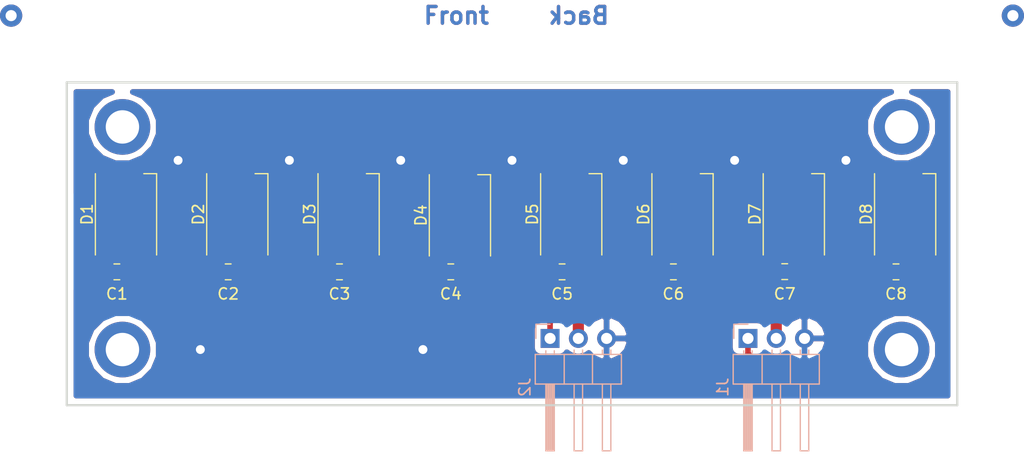
<source format=kicad_pcb>
(kicad_pcb (version 20171130) (host pcbnew 5.0.2-bee76a0~70~ubuntu16.04.1)

  (general
    (thickness 1.6)
    (drawings 8)
    (tracks 112)
    (zones 0)
    (modules 18)
    (nets 12)
  )

  (page A4)
  (layers
    (0 F.Cu signal)
    (31 B.Cu signal)
    (32 B.Adhes user)
    (33 F.Adhes user)
    (34 B.Paste user)
    (35 F.Paste user)
    (36 B.SilkS user)
    (37 F.SilkS user)
    (38 B.Mask user)
    (39 F.Mask user)
    (40 Dwgs.User user)
    (41 Cmts.User user)
    (42 Eco1.User user)
    (43 Eco2.User user)
    (44 Edge.Cuts user)
    (45 Margin user)
    (46 B.CrtYd user)
    (47 F.CrtYd user)
    (48 B.Fab user)
    (49 F.Fab user)
  )

  (setup
    (last_trace_width 0.5)
    (trace_clearance 0.5)
    (zone_clearance 0.508)
    (zone_45_only no)
    (trace_min 0.2)
    (segment_width 0.2)
    (edge_width 0.2)
    (via_size 0.8)
    (via_drill 0.4)
    (via_min_size 0.4)
    (via_min_drill 0.3)
    (uvia_size 0.3)
    (uvia_drill 0.1)
    (uvias_allowed no)
    (uvia_min_size 0.2)
    (uvia_min_drill 0.1)
    (pcb_text_width 0.3)
    (pcb_text_size 1.5 1.5)
    (mod_edge_width 0.15)
    (mod_text_size 1 1)
    (mod_text_width 0.15)
    (pad_size 1.5 1)
    (pad_drill 0)
    (pad_to_mask_clearance 0.051)
    (solder_mask_min_width 0.25)
    (aux_axis_origin 0 0)
    (visible_elements FFFFFF7F)
    (pcbplotparams
      (layerselection 0x010fc_ffffffff)
      (usegerberextensions false)
      (usegerberattributes false)
      (usegerberadvancedattributes false)
      (creategerberjobfile false)
      (excludeedgelayer true)
      (linewidth 0.100000)
      (plotframeref false)
      (viasonmask false)
      (mode 1)
      (useauxorigin false)
      (hpglpennumber 1)
      (hpglpenspeed 20)
      (hpglpendiameter 15.000000)
      (psnegative false)
      (psa4output false)
      (plotreference true)
      (plotvalue true)
      (plotinvisibletext false)
      (padsonsilk false)
      (subtractmaskfromsilk false)
      (outputformat 1)
      (mirror false)
      (drillshape 1)
      (scaleselection 1)
      (outputdirectory ""))
  )

  (net 0 "")
  (net 1 +5V)
  (net 2 GNDD)
  (net 3 "Net-(D1-Pad2)")
  (net 4 "Net-(D1-Pad4)")
  (net 5 "Net-(D2-Pad2)")
  (net 6 "Net-(D3-Pad2)")
  (net 7 "Net-(D4-Pad2)")
  (net 8 "Net-(D5-Pad2)")
  (net 9 "Net-(D6-Pad2)")
  (net 10 "Net-(D7-Pad2)")
  (net 11 "Net-(D8-Pad2)")

  (net_class Default "This is the default net class."
    (clearance 0.5)
    (trace_width 0.5)
    (via_dia 0.8)
    (via_drill 0.4)
    (uvia_dia 0.3)
    (uvia_drill 0.1)
    (add_net +5V)
    (add_net GNDD)
    (add_net "Net-(D1-Pad2)")
    (add_net "Net-(D1-Pad4)")
    (add_net "Net-(D2-Pad2)")
    (add_net "Net-(D3-Pad2)")
    (add_net "Net-(D4-Pad2)")
    (add_net "Net-(D5-Pad2)")
    (add_net "Net-(D6-Pad2)")
    (add_net "Net-(D7-Pad2)")
    (add_net "Net-(D8-Pad2)")
  )

  (module Capacitor_SMD:C_0805_2012Metric (layer F.Cu) (tedit 5B36C52B) (tstamp 5CD46196)
    (at 49.5 33.02)
    (descr "Capacitor SMD 0805 (2012 Metric), square (rectangular) end terminal, IPC_7351 nominal, (Body size source: https://docs.google.com/spreadsheets/d/1BsfQQcO9C6DZCsRaXUlFlo91Tg2WpOkGARC1WS5S8t0/edit?usp=sharing), generated with kicad-footprint-generator")
    (tags capacitor)
    (path /5CD45D45)
    (attr smd)
    (fp_text reference C4 (at 0 1.98) (layer F.SilkS)
      (effects (font (size 1 1) (thickness 0.15)))
    )
    (fp_text value C (at 0 1.65) (layer F.Fab)
      (effects (font (size 1 1) (thickness 0.15)))
    )
    (fp_text user %R (at 0 0) (layer F.Fab)
      (effects (font (size 0.5 0.5) (thickness 0.08)))
    )
    (fp_line (start 1.68 0.95) (end -1.68 0.95) (layer F.CrtYd) (width 0.05))
    (fp_line (start 1.68 -0.95) (end 1.68 0.95) (layer F.CrtYd) (width 0.05))
    (fp_line (start -1.68 -0.95) (end 1.68 -0.95) (layer F.CrtYd) (width 0.05))
    (fp_line (start -1.68 0.95) (end -1.68 -0.95) (layer F.CrtYd) (width 0.05))
    (fp_line (start -0.258578 0.71) (end 0.258578 0.71) (layer F.SilkS) (width 0.12))
    (fp_line (start -0.258578 -0.71) (end 0.258578 -0.71) (layer F.SilkS) (width 0.12))
    (fp_line (start 1 0.6) (end -1 0.6) (layer F.Fab) (width 0.1))
    (fp_line (start 1 -0.6) (end 1 0.6) (layer F.Fab) (width 0.1))
    (fp_line (start -1 -0.6) (end 1 -0.6) (layer F.Fab) (width 0.1))
    (fp_line (start -1 0.6) (end -1 -0.6) (layer F.Fab) (width 0.1))
    (pad 2 smd roundrect (at 0.9375 0) (size 0.975 1.4) (layers F.Cu F.Paste F.Mask) (roundrect_rratio 0.25)
      (net 2 GNDD))
    (pad 1 smd roundrect (at -0.9375 0) (size 0.975 1.4) (layers F.Cu F.Paste F.Mask) (roundrect_rratio 0.25)
      (net 1 +5V))
    (model ${KISYS3DMOD}/Capacitor_SMD.3dshapes/C_0805_2012Metric.wrl
      (at (xyz 0 0 0))
      (scale (xyz 1 1 1))
      (rotate (xyz 0 0 0))
    )
  )

  (module Capacitor_SMD:C_0805_2012Metric (layer F.Cu) (tedit 5B36C52B) (tstamp 5CD47BC9)
    (at 19.5 33.02)
    (descr "Capacitor SMD 0805 (2012 Metric), square (rectangular) end terminal, IPC_7351 nominal, (Body size source: https://docs.google.com/spreadsheets/d/1BsfQQcO9C6DZCsRaXUlFlo91Tg2WpOkGARC1WS5S8t0/edit?usp=sharing), generated with kicad-footprint-generator")
    (tags capacitor)
    (path /5CD45893)
    (attr smd)
    (fp_text reference C1 (at 0 1.98) (layer F.SilkS)
      (effects (font (size 1 1) (thickness 0.15)))
    )
    (fp_text value C (at 0 1.65) (layer F.Fab)
      (effects (font (size 1 1) (thickness 0.15)))
    )
    (fp_line (start -1 0.6) (end -1 -0.6) (layer F.Fab) (width 0.1))
    (fp_line (start -1 -0.6) (end 1 -0.6) (layer F.Fab) (width 0.1))
    (fp_line (start 1 -0.6) (end 1 0.6) (layer F.Fab) (width 0.1))
    (fp_line (start 1 0.6) (end -1 0.6) (layer F.Fab) (width 0.1))
    (fp_line (start -0.258578 -0.71) (end 0.258578 -0.71) (layer F.SilkS) (width 0.12))
    (fp_line (start -0.258578 0.71) (end 0.258578 0.71) (layer F.SilkS) (width 0.12))
    (fp_line (start -1.68 0.95) (end -1.68 -0.95) (layer F.CrtYd) (width 0.05))
    (fp_line (start -1.68 -0.95) (end 1.68 -0.95) (layer F.CrtYd) (width 0.05))
    (fp_line (start 1.68 -0.95) (end 1.68 0.95) (layer F.CrtYd) (width 0.05))
    (fp_line (start 1.68 0.95) (end -1.68 0.95) (layer F.CrtYd) (width 0.05))
    (fp_text user %R (at 0 0) (layer F.Fab)
      (effects (font (size 0.5 0.5) (thickness 0.08)))
    )
    (pad 1 smd roundrect (at -0.9375 0) (size 0.975 1.4) (layers F.Cu F.Paste F.Mask) (roundrect_rratio 0.25)
      (net 1 +5V))
    (pad 2 smd roundrect (at 0.9375 0) (size 0.975 1.4) (layers F.Cu F.Paste F.Mask) (roundrect_rratio 0.25)
      (net 2 GNDD))
    (model ${KISYS3DMOD}/Capacitor_SMD.3dshapes/C_0805_2012Metric.wrl
      (at (xyz 0 0 0))
      (scale (xyz 1 1 1))
      (rotate (xyz 0 0 0))
    )
  )

  (module Capacitor_SMD:C_0805_2012Metric (layer F.Cu) (tedit 5B36C52B) (tstamp 5CD461F6)
    (at 29.5 33.02)
    (descr "Capacitor SMD 0805 (2012 Metric), square (rectangular) end terminal, IPC_7351 nominal, (Body size source: https://docs.google.com/spreadsheets/d/1BsfQQcO9C6DZCsRaXUlFlo91Tg2WpOkGARC1WS5S8t0/edit?usp=sharing), generated with kicad-footprint-generator")
    (tags capacitor)
    (path /5CD45B08)
    (attr smd)
    (fp_text reference C2 (at 0 1.98) (layer F.SilkS)
      (effects (font (size 1 1) (thickness 0.15)))
    )
    (fp_text value C (at 0 1.65) (layer F.Fab)
      (effects (font (size 1 1) (thickness 0.15)))
    )
    (fp_text user %R (at 0 0) (layer F.Fab)
      (effects (font (size 0.5 0.5) (thickness 0.08)))
    )
    (fp_line (start 1.68 0.95) (end -1.68 0.95) (layer F.CrtYd) (width 0.05))
    (fp_line (start 1.68 -0.95) (end 1.68 0.95) (layer F.CrtYd) (width 0.05))
    (fp_line (start -1.68 -0.95) (end 1.68 -0.95) (layer F.CrtYd) (width 0.05))
    (fp_line (start -1.68 0.95) (end -1.68 -0.95) (layer F.CrtYd) (width 0.05))
    (fp_line (start -0.258578 0.71) (end 0.258578 0.71) (layer F.SilkS) (width 0.12))
    (fp_line (start -0.258578 -0.71) (end 0.258578 -0.71) (layer F.SilkS) (width 0.12))
    (fp_line (start 1 0.6) (end -1 0.6) (layer F.Fab) (width 0.1))
    (fp_line (start 1 -0.6) (end 1 0.6) (layer F.Fab) (width 0.1))
    (fp_line (start -1 -0.6) (end 1 -0.6) (layer F.Fab) (width 0.1))
    (fp_line (start -1 0.6) (end -1 -0.6) (layer F.Fab) (width 0.1))
    (pad 2 smd roundrect (at 0.9375 0) (size 0.975 1.4) (layers F.Cu F.Paste F.Mask) (roundrect_rratio 0.25)
      (net 2 GNDD))
    (pad 1 smd roundrect (at -0.9375 0) (size 0.975 1.4) (layers F.Cu F.Paste F.Mask) (roundrect_rratio 0.25)
      (net 1 +5V))
    (model ${KISYS3DMOD}/Capacitor_SMD.3dshapes/C_0805_2012Metric.wrl
      (at (xyz 0 0 0))
      (scale (xyz 1 1 1))
      (rotate (xyz 0 0 0))
    )
  )

  (module Capacitor_SMD:C_0805_2012Metric (layer F.Cu) (tedit 5B36C52B) (tstamp 5CD46226)
    (at 39.5 33.02)
    (descr "Capacitor SMD 0805 (2012 Metric), square (rectangular) end terminal, IPC_7351 nominal, (Body size source: https://docs.google.com/spreadsheets/d/1BsfQQcO9C6DZCsRaXUlFlo91Tg2WpOkGARC1WS5S8t0/edit?usp=sharing), generated with kicad-footprint-generator")
    (tags capacitor)
    (path /5CD45D33)
    (attr smd)
    (fp_text reference C3 (at 0 1.98) (layer F.SilkS)
      (effects (font (size 1 1) (thickness 0.15)))
    )
    (fp_text value C (at 0 1.65) (layer F.Fab)
      (effects (font (size 1 1) (thickness 0.15)))
    )
    (fp_line (start -1 0.6) (end -1 -0.6) (layer F.Fab) (width 0.1))
    (fp_line (start -1 -0.6) (end 1 -0.6) (layer F.Fab) (width 0.1))
    (fp_line (start 1 -0.6) (end 1 0.6) (layer F.Fab) (width 0.1))
    (fp_line (start 1 0.6) (end -1 0.6) (layer F.Fab) (width 0.1))
    (fp_line (start -0.258578 -0.71) (end 0.258578 -0.71) (layer F.SilkS) (width 0.12))
    (fp_line (start -0.258578 0.71) (end 0.258578 0.71) (layer F.SilkS) (width 0.12))
    (fp_line (start -1.68 0.95) (end -1.68 -0.95) (layer F.CrtYd) (width 0.05))
    (fp_line (start -1.68 -0.95) (end 1.68 -0.95) (layer F.CrtYd) (width 0.05))
    (fp_line (start 1.68 -0.95) (end 1.68 0.95) (layer F.CrtYd) (width 0.05))
    (fp_line (start 1.68 0.95) (end -1.68 0.95) (layer F.CrtYd) (width 0.05))
    (fp_text user %R (at 0 0) (layer F.Fab)
      (effects (font (size 0.5 0.5) (thickness 0.08)))
    )
    (pad 1 smd roundrect (at -0.9375 0) (size 0.975 1.4) (layers F.Cu F.Paste F.Mask) (roundrect_rratio 0.25)
      (net 1 +5V))
    (pad 2 smd roundrect (at 0.9375 0) (size 0.975 1.4) (layers F.Cu F.Paste F.Mask) (roundrect_rratio 0.25)
      (net 2 GNDD))
    (model ${KISYS3DMOD}/Capacitor_SMD.3dshapes/C_0805_2012Metric.wrl
      (at (xyz 0 0 0))
      (scale (xyz 1 1 1))
      (rotate (xyz 0 0 0))
    )
  )

  (module Capacitor_SMD:C_0805_2012Metric (layer F.Cu) (tedit 5B36C52B) (tstamp 5CD46AFC)
    (at 59.5 33.02)
    (descr "Capacitor SMD 0805 (2012 Metric), square (rectangular) end terminal, IPC_7351 nominal, (Body size source: https://docs.google.com/spreadsheets/d/1BsfQQcO9C6DZCsRaXUlFlo91Tg2WpOkGARC1WS5S8t0/edit?usp=sharing), generated with kicad-footprint-generator")
    (tags capacitor)
    (path /5CD46076)
    (attr smd)
    (fp_text reference C5 (at 0 1.98) (layer F.SilkS)
      (effects (font (size 1 1) (thickness 0.15)))
    )
    (fp_text value C (at 0 1.65) (layer F.Fab)
      (effects (font (size 1 1) (thickness 0.15)))
    )
    (fp_line (start -1 0.6) (end -1 -0.6) (layer F.Fab) (width 0.1))
    (fp_line (start -1 -0.6) (end 1 -0.6) (layer F.Fab) (width 0.1))
    (fp_line (start 1 -0.6) (end 1 0.6) (layer F.Fab) (width 0.1))
    (fp_line (start 1 0.6) (end -1 0.6) (layer F.Fab) (width 0.1))
    (fp_line (start -0.258578 -0.71) (end 0.258578 -0.71) (layer F.SilkS) (width 0.12))
    (fp_line (start -0.258578 0.71) (end 0.258578 0.71) (layer F.SilkS) (width 0.12))
    (fp_line (start -1.68 0.95) (end -1.68 -0.95) (layer F.CrtYd) (width 0.05))
    (fp_line (start -1.68 -0.95) (end 1.68 -0.95) (layer F.CrtYd) (width 0.05))
    (fp_line (start 1.68 -0.95) (end 1.68 0.95) (layer F.CrtYd) (width 0.05))
    (fp_line (start 1.68 0.95) (end -1.68 0.95) (layer F.CrtYd) (width 0.05))
    (fp_text user %R (at 0 0) (layer F.Fab)
      (effects (font (size 0.5 0.5) (thickness 0.08)))
    )
    (pad 1 smd roundrect (at -0.9375 0) (size 0.975 1.4) (layers F.Cu F.Paste F.Mask) (roundrect_rratio 0.25)
      (net 1 +5V))
    (pad 2 smd roundrect (at 0.9375 0) (size 0.975 1.4) (layers F.Cu F.Paste F.Mask) (roundrect_rratio 0.25)
      (net 2 GNDD))
    (model ${KISYS3DMOD}/Capacitor_SMD.3dshapes/C_0805_2012Metric.wrl
      (at (xyz 0 0 0))
      (scale (xyz 1 1 1))
      (rotate (xyz 0 0 0))
    )
  )

  (module Capacitor_SMD:C_0805_2012Metric (layer F.Cu) (tedit 5B36C52B) (tstamp 5CD46124)
    (at 69.5 33.02)
    (descr "Capacitor SMD 0805 (2012 Metric), square (rectangular) end terminal, IPC_7351 nominal, (Body size source: https://docs.google.com/spreadsheets/d/1BsfQQcO9C6DZCsRaXUlFlo91Tg2WpOkGARC1WS5S8t0/edit?usp=sharing), generated with kicad-footprint-generator")
    (tags capacitor)
    (path /5CD46088)
    (attr smd)
    (fp_text reference C6 (at 0 1.98) (layer F.SilkS)
      (effects (font (size 1 1) (thickness 0.15)))
    )
    (fp_text value C (at 0 1.65) (layer F.Fab)
      (effects (font (size 1 1) (thickness 0.15)))
    )
    (fp_text user %R (at 0 0) (layer F.Fab)
      (effects (font (size 0.5 0.5) (thickness 0.08)))
    )
    (fp_line (start 1.68 0.95) (end -1.68 0.95) (layer F.CrtYd) (width 0.05))
    (fp_line (start 1.68 -0.95) (end 1.68 0.95) (layer F.CrtYd) (width 0.05))
    (fp_line (start -1.68 -0.95) (end 1.68 -0.95) (layer F.CrtYd) (width 0.05))
    (fp_line (start -1.68 0.95) (end -1.68 -0.95) (layer F.CrtYd) (width 0.05))
    (fp_line (start -0.258578 0.71) (end 0.258578 0.71) (layer F.SilkS) (width 0.12))
    (fp_line (start -0.258578 -0.71) (end 0.258578 -0.71) (layer F.SilkS) (width 0.12))
    (fp_line (start 1 0.6) (end -1 0.6) (layer F.Fab) (width 0.1))
    (fp_line (start 1 -0.6) (end 1 0.6) (layer F.Fab) (width 0.1))
    (fp_line (start -1 -0.6) (end 1 -0.6) (layer F.Fab) (width 0.1))
    (fp_line (start -1 0.6) (end -1 -0.6) (layer F.Fab) (width 0.1))
    (pad 2 smd roundrect (at 0.9375 0) (size 0.975 1.4) (layers F.Cu F.Paste F.Mask) (roundrect_rratio 0.25)
      (net 2 GNDD))
    (pad 1 smd roundrect (at -0.9375 0) (size 0.975 1.4) (layers F.Cu F.Paste F.Mask) (roundrect_rratio 0.25)
      (net 1 +5V))
    (model ${KISYS3DMOD}/Capacitor_SMD.3dshapes/C_0805_2012Metric.wrl
      (at (xyz 0 0 0))
      (scale (xyz 1 1 1))
      (rotate (xyz 0 0 0))
    )
  )

  (module Capacitor_SMD:C_0805_2012Metric (layer F.Cu) (tedit 5B36C52B) (tstamp 5CD460C4)
    (at 89.5 33.02)
    (descr "Capacitor SMD 0805 (2012 Metric), square (rectangular) end terminal, IPC_7351 nominal, (Body size source: https://docs.google.com/spreadsheets/d/1BsfQQcO9C6DZCsRaXUlFlo91Tg2WpOkGARC1WS5S8t0/edit?usp=sharing), generated with kicad-footprint-generator")
    (tags capacitor)
    (path /5CD460AC)
    (attr smd)
    (fp_text reference C8 (at 0 1.98) (layer F.SilkS)
      (effects (font (size 1 1) (thickness 0.15)))
    )
    (fp_text value C (at 0 1.65) (layer F.Fab)
      (effects (font (size 1 1) (thickness 0.15)))
    )
    (fp_text user %R (at 0 0) (layer F.Fab)
      (effects (font (size 0.5 0.5) (thickness 0.08)))
    )
    (fp_line (start 1.68 0.95) (end -1.68 0.95) (layer F.CrtYd) (width 0.05))
    (fp_line (start 1.68 -0.95) (end 1.68 0.95) (layer F.CrtYd) (width 0.05))
    (fp_line (start -1.68 -0.95) (end 1.68 -0.95) (layer F.CrtYd) (width 0.05))
    (fp_line (start -1.68 0.95) (end -1.68 -0.95) (layer F.CrtYd) (width 0.05))
    (fp_line (start -0.258578 0.71) (end 0.258578 0.71) (layer F.SilkS) (width 0.12))
    (fp_line (start -0.258578 -0.71) (end 0.258578 -0.71) (layer F.SilkS) (width 0.12))
    (fp_line (start 1 0.6) (end -1 0.6) (layer F.Fab) (width 0.1))
    (fp_line (start 1 -0.6) (end 1 0.6) (layer F.Fab) (width 0.1))
    (fp_line (start -1 -0.6) (end 1 -0.6) (layer F.Fab) (width 0.1))
    (fp_line (start -1 0.6) (end -1 -0.6) (layer F.Fab) (width 0.1))
    (pad 2 smd roundrect (at 0.9375 0) (size 0.975 1.4) (layers F.Cu F.Paste F.Mask) (roundrect_rratio 0.25)
      (net 2 GNDD))
    (pad 1 smd roundrect (at -0.9375 0) (size 0.975 1.4) (layers F.Cu F.Paste F.Mask) (roundrect_rratio 0.25)
      (net 1 +5V))
    (model ${KISYS3DMOD}/Capacitor_SMD.3dshapes/C_0805_2012Metric.wrl
      (at (xyz 0 0 0))
      (scale (xyz 1 1 1))
      (rotate (xyz 0 0 0))
    )
  )

  (module LED_SMD:LED_WS2812B_PLCC4_5.0x5.0mm_P3.2mm (layer F.Cu) (tedit 5CD448F1) (tstamp 5CD47B56)
    (at 20.32 27.85 90)
    (descr https://cdn-shop.adafruit.com/datasheets/WS2812B.pdf)
    (tags "LED RGB NeoPixel")
    (path /5CD43B38)
    (attr smd)
    (fp_text reference D1 (at 0 -3.5 90) (layer F.SilkS)
      (effects (font (size 1 1) (thickness 0.15)))
    )
    (fp_text value WS2812B (at 0 4 90) (layer F.Fab)
      (effects (font (size 1 1) (thickness 0.15)))
    )
    (fp_circle (center 0 0) (end 0 -2) (layer F.Fab) (width 0.1))
    (fp_line (start 3.65 2.75) (end 3.65 1.6) (layer F.SilkS) (width 0.12))
    (fp_line (start -3.65 2.75) (end 3.65 2.75) (layer F.SilkS) (width 0.12))
    (fp_line (start -3.65 -2.75) (end 3.65 -2.75) (layer F.SilkS) (width 0.12))
    (fp_line (start 2.5 -2.5) (end -2.5 -2.5) (layer F.Fab) (width 0.1))
    (fp_line (start 2.5 2.5) (end 2.5 -2.5) (layer F.Fab) (width 0.1))
    (fp_line (start -2.5 2.5) (end 2.5 2.5) (layer F.Fab) (width 0.1))
    (fp_line (start -2.5 -2.5) (end -2.5 2.5) (layer F.Fab) (width 0.1))
    (fp_line (start 2.5 1.5) (end 1.5 2.5) (layer F.Fab) (width 0.1))
    (fp_line (start -3.45 -2.75) (end -3.45 2.75) (layer F.CrtYd) (width 0.05))
    (fp_line (start -3.45 2.75) (end 3.45 2.75) (layer F.CrtYd) (width 0.05))
    (fp_line (start 3.45 2.75) (end 3.45 -2.75) (layer F.CrtYd) (width 0.05))
    (fp_line (start 3.45 -2.75) (end -3.45 -2.75) (layer F.CrtYd) (width 0.05))
    (fp_text user %R (at 0 0 90) (layer F.Fab)
      (effects (font (size 0.8 0.8) (thickness 0.15)))
    )
    (fp_text user 1 (at -4.15 -1.6 90) (layer F.SilkS) hide
      (effects (font (size 1 1) (thickness 0.15)))
    )
    (pad 1 smd rect (at -2.45 -1.6 90) (size 1.5 1) (layers F.Cu F.Paste F.Mask)
      (net 1 +5V))
    (pad 2 smd rect (at -2.45 1.6 90) (size 1.5 1) (layers F.Cu F.Paste F.Mask)
      (net 3 "Net-(D1-Pad2)"))
    (pad 4 smd rect (at 2.45 -1.6 90) (size 1.5 1) (layers F.Cu F.Paste F.Mask)
      (net 4 "Net-(D1-Pad4)"))
    (pad 3 smd rect (at 2.45 1.6 90) (size 1.5 1) (layers F.Cu F.Paste F.Mask)
      (net 2 GNDD))
    (model ${KISYS3DMOD}/LED_SMD.3dshapes/LED_WS2812B_PLCC4_5.0x5.0mm_P3.2mm.wrl
      (at (xyz 0 0 0))
      (scale (xyz 1 1 1))
      (rotate (xyz 0 0 0))
    )
  )

  (module LED_SMD:LED_WS2812B_PLCC4_5.0x5.0mm_P3.2mm (layer F.Cu) (tedit 5CD448DD) (tstamp 5CD46004)
    (at 30.32 27.85 90)
    (descr https://cdn-shop.adafruit.com/datasheets/WS2812B.pdf)
    (tags "LED RGB NeoPixel")
    (path /5CD43C68)
    (attr smd)
    (fp_text reference D2 (at 0 -3.5 90) (layer F.SilkS)
      (effects (font (size 1 1) (thickness 0.15)))
    )
    (fp_text value WS2812B (at 0 4 90) (layer F.Fab)
      (effects (font (size 1 1) (thickness 0.15)))
    )
    (fp_text user 1 (at -4.15 -1.6 90) (layer F.SilkS) hide
      (effects (font (size 1 1) (thickness 0.15)))
    )
    (fp_text user %R (at 0 0 90) (layer F.Fab)
      (effects (font (size 0.8 0.8) (thickness 0.15)))
    )
    (fp_line (start 3.45 -2.75) (end -3.45 -2.75) (layer F.CrtYd) (width 0.05))
    (fp_line (start 3.45 2.75) (end 3.45 -2.75) (layer F.CrtYd) (width 0.05))
    (fp_line (start -3.45 2.75) (end 3.45 2.75) (layer F.CrtYd) (width 0.05))
    (fp_line (start -3.45 -2.75) (end -3.45 2.75) (layer F.CrtYd) (width 0.05))
    (fp_line (start 2.5 1.5) (end 1.5 2.5) (layer F.Fab) (width 0.1))
    (fp_line (start -2.5 -2.5) (end -2.5 2.5) (layer F.Fab) (width 0.1))
    (fp_line (start -2.5 2.5) (end 2.5 2.5) (layer F.Fab) (width 0.1))
    (fp_line (start 2.5 2.5) (end 2.5 -2.5) (layer F.Fab) (width 0.1))
    (fp_line (start 2.5 -2.5) (end -2.5 -2.5) (layer F.Fab) (width 0.1))
    (fp_line (start -3.65 -2.75) (end 3.65 -2.75) (layer F.SilkS) (width 0.12))
    (fp_line (start -3.65 2.75) (end 3.65 2.75) (layer F.SilkS) (width 0.12))
    (fp_line (start 3.65 2.75) (end 3.65 1.6) (layer F.SilkS) (width 0.12))
    (fp_circle (center 0 0) (end 0 -2) (layer F.Fab) (width 0.1))
    (pad 3 smd rect (at 2.45 1.6 90) (size 1.5 1) (layers F.Cu F.Paste F.Mask)
      (net 2 GNDD))
    (pad 4 smd rect (at 2.45 -1.6 90) (size 1.5 1) (layers F.Cu F.Paste F.Mask)
      (net 3 "Net-(D1-Pad2)"))
    (pad 2 smd rect (at -2.45 1.6 90) (size 1.5 1) (layers F.Cu F.Paste F.Mask)
      (net 5 "Net-(D2-Pad2)"))
    (pad 1 smd rect (at -2.45 -1.6 90) (size 1.5 1) (layers F.Cu F.Paste F.Mask)
      (net 1 +5V))
    (model ${KISYS3DMOD}/LED_SMD.3dshapes/LED_WS2812B_PLCC4_5.0x5.0mm_P3.2mm.wrl
      (at (xyz 0 0 0))
      (scale (xyz 1 1 1))
      (rotate (xyz 0 0 0))
    )
  )

  (module LED_SMD:LED_WS2812B_PLCC4_5.0x5.0mm_P3.2mm (layer F.Cu) (tedit 5CD448D6) (tstamp 5CD479E2)
    (at 40.32 27.85 90)
    (descr https://cdn-shop.adafruit.com/datasheets/WS2812B.pdf)
    (tags "LED RGB NeoPixel")
    (path /5CD43DC1)
    (attr smd)
    (fp_text reference D3 (at 0 -3.5 90) (layer F.SilkS)
      (effects (font (size 1 1) (thickness 0.15)))
    )
    (fp_text value WS2812B (at 0 4 90) (layer F.Fab)
      (effects (font (size 1 1) (thickness 0.15)))
    )
    (fp_circle (center 0 0) (end 0 -2) (layer F.Fab) (width 0.1))
    (fp_line (start 3.65 2.75) (end 3.65 1.6) (layer F.SilkS) (width 0.12))
    (fp_line (start -3.65 2.75) (end 3.65 2.75) (layer F.SilkS) (width 0.12))
    (fp_line (start -3.65 -2.75) (end 3.65 -2.75) (layer F.SilkS) (width 0.12))
    (fp_line (start 2.5 -2.5) (end -2.5 -2.5) (layer F.Fab) (width 0.1))
    (fp_line (start 2.5 2.5) (end 2.5 -2.5) (layer F.Fab) (width 0.1))
    (fp_line (start -2.5 2.5) (end 2.5 2.5) (layer F.Fab) (width 0.1))
    (fp_line (start -2.5 -2.5) (end -2.5 2.5) (layer F.Fab) (width 0.1))
    (fp_line (start 2.5 1.5) (end 1.5 2.5) (layer F.Fab) (width 0.1))
    (fp_line (start -3.45 -2.75) (end -3.45 2.75) (layer F.CrtYd) (width 0.05))
    (fp_line (start -3.45 2.75) (end 3.45 2.75) (layer F.CrtYd) (width 0.05))
    (fp_line (start 3.45 2.75) (end 3.45 -2.75) (layer F.CrtYd) (width 0.05))
    (fp_line (start 3.45 -2.75) (end -3.45 -2.75) (layer F.CrtYd) (width 0.05))
    (fp_text user %R (at 0 0 90) (layer F.Fab)
      (effects (font (size 0.8 0.8) (thickness 0.15)))
    )
    (fp_text user 1 (at -4.15 -1.6 90) (layer F.SilkS) hide
      (effects (font (size 1 1) (thickness 0.15)))
    )
    (pad 1 smd rect (at -2.45 -1.6 90) (size 1.5 1) (layers F.Cu F.Paste F.Mask)
      (net 1 +5V))
    (pad 2 smd rect (at -2.45 1.6 90) (size 1.5 1) (layers F.Cu F.Paste F.Mask)
      (net 6 "Net-(D3-Pad2)"))
    (pad 4 smd rect (at 2.45 -1.6 90) (size 1.5 1) (layers F.Cu F.Paste F.Mask)
      (net 5 "Net-(D2-Pad2)"))
    (pad 3 smd rect (at 2.45 1.6 90) (size 1.5 1) (layers F.Cu F.Paste F.Mask)
      (net 2 GNDD))
    (model ${KISYS3DMOD}/LED_SMD.3dshapes/LED_WS2812B_PLCC4_5.0x5.0mm_P3.2mm.wrl
      (at (xyz 0 0 0))
      (scale (xyz 1 1 1))
      (rotate (xyz 0 0 0))
    )
  )

  (module LED_SMD:LED_WS2812B_PLCC4_5.0x5.0mm_P3.2mm (layer F.Cu) (tedit 5CD448BA) (tstamp 5CD45F80)
    (at 50.32 27.94 90)
    (descr https://cdn-shop.adafruit.com/datasheets/WS2812B.pdf)
    (tags "LED RGB NeoPixel")
    (path /5CD43DD3)
    (attr smd)
    (fp_text reference D4 (at 0 -3.5 90) (layer F.SilkS)
      (effects (font (size 1 1) (thickness 0.15)))
    )
    (fp_text value WS2812B (at 0 4 90) (layer F.Fab)
      (effects (font (size 1 1) (thickness 0.15)))
    )
    (fp_text user 1 (at -4.15 -1.6 90) (layer F.SilkS) hide
      (effects (font (size 1 1) (thickness 0.15)))
    )
    (fp_text user %R (at 0 0 90) (layer F.Fab)
      (effects (font (size 0.8 0.8) (thickness 0.15)))
    )
    (fp_line (start 3.45 -2.75) (end -3.45 -2.75) (layer F.CrtYd) (width 0.05))
    (fp_line (start 3.45 2.75) (end 3.45 -2.75) (layer F.CrtYd) (width 0.05))
    (fp_line (start -3.45 2.75) (end 3.45 2.75) (layer F.CrtYd) (width 0.05))
    (fp_line (start -3.45 -2.75) (end -3.45 2.75) (layer F.CrtYd) (width 0.05))
    (fp_line (start 2.5 1.5) (end 1.5 2.5) (layer F.Fab) (width 0.1))
    (fp_line (start -2.5 -2.5) (end -2.5 2.5) (layer F.Fab) (width 0.1))
    (fp_line (start -2.5 2.5) (end 2.5 2.5) (layer F.Fab) (width 0.1))
    (fp_line (start 2.5 2.5) (end 2.5 -2.5) (layer F.Fab) (width 0.1))
    (fp_line (start 2.5 -2.5) (end -2.5 -2.5) (layer F.Fab) (width 0.1))
    (fp_line (start -3.65 -2.75) (end 3.65 -2.75) (layer F.SilkS) (width 0.12))
    (fp_line (start -3.65 2.75) (end 3.65 2.75) (layer F.SilkS) (width 0.12))
    (fp_line (start 3.65 2.75) (end 3.65 1.6) (layer F.SilkS) (width 0.12))
    (fp_circle (center 0 0) (end 0 -2) (layer F.Fab) (width 0.1))
    (pad 3 smd rect (at 2.45 1.6 90) (size 1.5 1) (layers F.Cu F.Paste F.Mask)
      (net 2 GNDD))
    (pad 4 smd rect (at 2.45 -1.6 90) (size 1.5 1) (layers F.Cu F.Paste F.Mask)
      (net 6 "Net-(D3-Pad2)"))
    (pad 2 smd rect (at -2.45 1.6 90) (size 1.5 1) (layers F.Cu F.Paste F.Mask)
      (net 7 "Net-(D4-Pad2)"))
    (pad 1 smd rect (at -2.45 -1.6 90) (size 1.5 1) (layers F.Cu F.Paste F.Mask)
      (net 1 +5V))
    (model ${KISYS3DMOD}/LED_SMD.3dshapes/LED_WS2812B_PLCC4_5.0x5.0mm_P3.2mm.wrl
      (at (xyz 0 0 0))
      (scale (xyz 1 1 1))
      (rotate (xyz 0 0 0))
    )
  )

  (module LED_SMD:LED_WS2812B_PLCC4_5.0x5.0mm_P3.2mm (layer F.Cu) (tedit 5CD448C9) (tstamp 5CD478FE)
    (at 60.32 27.85 90)
    (descr https://cdn-shop.adafruit.com/datasheets/WS2812B.pdf)
    (tags "LED RGB NeoPixel")
    (path /5CD43F05)
    (attr smd)
    (fp_text reference D5 (at 0 -3.5 90) (layer F.SilkS)
      (effects (font (size 1 1) (thickness 0.15)))
    )
    (fp_text value WS2812B (at 0 4 90) (layer F.Fab)
      (effects (font (size 1 1) (thickness 0.15)))
    )
    (fp_circle (center 0 0) (end 0 -2) (layer F.Fab) (width 0.1))
    (fp_line (start 3.65 2.75) (end 3.65 1.6) (layer F.SilkS) (width 0.12))
    (fp_line (start -3.65 2.75) (end 3.65 2.75) (layer F.SilkS) (width 0.12))
    (fp_line (start -3.65 -2.75) (end 3.65 -2.75) (layer F.SilkS) (width 0.12))
    (fp_line (start 2.5 -2.5) (end -2.5 -2.5) (layer F.Fab) (width 0.1))
    (fp_line (start 2.5 2.5) (end 2.5 -2.5) (layer F.Fab) (width 0.1))
    (fp_line (start -2.5 2.5) (end 2.5 2.5) (layer F.Fab) (width 0.1))
    (fp_line (start -2.5 -2.5) (end -2.5 2.5) (layer F.Fab) (width 0.1))
    (fp_line (start 2.5 1.5) (end 1.5 2.5) (layer F.Fab) (width 0.1))
    (fp_line (start -3.45 -2.75) (end -3.45 2.75) (layer F.CrtYd) (width 0.05))
    (fp_line (start -3.45 2.75) (end 3.45 2.75) (layer F.CrtYd) (width 0.05))
    (fp_line (start 3.45 2.75) (end 3.45 -2.75) (layer F.CrtYd) (width 0.05))
    (fp_line (start 3.45 -2.75) (end -3.45 -2.75) (layer F.CrtYd) (width 0.05))
    (fp_text user %R (at 0 0 90) (layer F.Fab)
      (effects (font (size 0.8 0.8) (thickness 0.15)))
    )
    (fp_text user 1 (at -5.15 -3.32 90) (layer F.SilkS) hide
      (effects (font (size 1 1) (thickness 0.15)))
    )
    (pad 1 smd rect (at -2.45 -1.6 90) (size 1.5 1) (layers F.Cu F.Paste F.Mask)
      (net 1 +5V))
    (pad 2 smd rect (at -2.45 1.6 90) (size 1.5 1) (layers F.Cu F.Paste F.Mask)
      (net 8 "Net-(D5-Pad2)"))
    (pad 4 smd rect (at 2.45 -1.6 90) (size 1.5 1) (layers F.Cu F.Paste F.Mask)
      (net 7 "Net-(D4-Pad2)"))
    (pad 3 smd rect (at 2.45 1.6 90) (size 1.5 1) (layers F.Cu F.Paste F.Mask)
      (net 2 GNDD))
    (model ${KISYS3DMOD}/LED_SMD.3dshapes/LED_WS2812B_PLCC4_5.0x5.0mm_P3.2mm.wrl
      (at (xyz 0 0 0))
      (scale (xyz 1 1 1))
      (rotate (xyz 0 0 0))
    )
  )

  (module LED_SMD:LED_WS2812B_PLCC4_5.0x5.0mm_P3.2mm (layer F.Cu) (tedit 5CD448BD) (tstamp 5CD45EFC)
    (at 70.32 27.85 90)
    (descr https://cdn-shop.adafruit.com/datasheets/WS2812B.pdf)
    (tags "LED RGB NeoPixel")
    (path /5CD43F17)
    (attr smd)
    (fp_text reference D6 (at 0 -3.5 90) (layer F.SilkS)
      (effects (font (size 1 1) (thickness 0.15)))
    )
    (fp_text value WS2812B (at 0 4 90) (layer F.Fab)
      (effects (font (size 1 1) (thickness 0.15)))
    )
    (fp_text user 1 (at -5.15 -4.32 90) (layer F.SilkS) hide
      (effects (font (size 1 1) (thickness 0.15)))
    )
    (fp_text user %R (at 0 0 90) (layer F.Fab)
      (effects (font (size 0.8 0.8) (thickness 0.15)))
    )
    (fp_line (start 3.45 -2.75) (end -3.45 -2.75) (layer F.CrtYd) (width 0.05))
    (fp_line (start 3.45 2.75) (end 3.45 -2.75) (layer F.CrtYd) (width 0.05))
    (fp_line (start -3.45 2.75) (end 3.45 2.75) (layer F.CrtYd) (width 0.05))
    (fp_line (start -3.45 -2.75) (end -3.45 2.75) (layer F.CrtYd) (width 0.05))
    (fp_line (start 2.5 1.5) (end 1.5 2.5) (layer F.Fab) (width 0.1))
    (fp_line (start -2.5 -2.5) (end -2.5 2.5) (layer F.Fab) (width 0.1))
    (fp_line (start -2.5 2.5) (end 2.5 2.5) (layer F.Fab) (width 0.1))
    (fp_line (start 2.5 2.5) (end 2.5 -2.5) (layer F.Fab) (width 0.1))
    (fp_line (start 2.5 -2.5) (end -2.5 -2.5) (layer F.Fab) (width 0.1))
    (fp_line (start -3.65 -2.75) (end 3.65 -2.75) (layer F.SilkS) (width 0.12))
    (fp_line (start -3.65 2.75) (end 3.65 2.75) (layer F.SilkS) (width 0.12))
    (fp_line (start 3.65 2.75) (end 3.65 1.6) (layer F.SilkS) (width 0.12))
    (fp_circle (center 0 0) (end 0 -2) (layer F.Fab) (width 0.1))
    (pad 3 smd rect (at 2.45 1.6 90) (size 1.5 1) (layers F.Cu F.Paste F.Mask)
      (net 2 GNDD))
    (pad 4 smd rect (at 2.45 -1.6 90) (size 1.5 1) (layers F.Cu F.Paste F.Mask)
      (net 8 "Net-(D5-Pad2)"))
    (pad 2 smd rect (at -2.45 1.6 90) (size 1.5 1) (layers F.Cu F.Paste F.Mask)
      (net 9 "Net-(D6-Pad2)"))
    (pad 1 smd rect (at -2.45 -1.6 90) (size 1.5 1) (layers F.Cu F.Paste F.Mask)
      (net 1 +5V))
    (model ${KISYS3DMOD}/LED_SMD.3dshapes/LED_WS2812B_PLCC4_5.0x5.0mm_P3.2mm.wrl
      (at (xyz 0 0 0))
      (scale (xyz 1 1 1))
      (rotate (xyz 0 0 0))
    )
  )

  (module LED_SMD:LED_WS2812B_PLCC4_5.0x5.0mm_P3.2mm (layer F.Cu) (tedit 5CD448C6) (tstamp 5CD46088)
    (at 80.32 27.85 90)
    (descr https://cdn-shop.adafruit.com/datasheets/WS2812B.pdf)
    (tags "LED RGB NeoPixel")
    (path /5CD43F29)
    (attr smd)
    (fp_text reference D7 (at 0 -3.5 90) (layer F.SilkS)
      (effects (font (size 1 1) (thickness 0.15)))
    )
    (fp_text value WS2812B (at 0 4 90) (layer F.Fab)
      (effects (font (size 1 1) (thickness 0.15)))
    )
    (fp_circle (center 0 0) (end 0 -2) (layer F.Fab) (width 0.1))
    (fp_line (start 3.65 2.75) (end 3.65 1.6) (layer F.SilkS) (width 0.12))
    (fp_line (start -3.65 2.75) (end 3.65 2.75) (layer F.SilkS) (width 0.12))
    (fp_line (start -3.65 -2.75) (end 3.65 -2.75) (layer F.SilkS) (width 0.12))
    (fp_line (start 2.5 -2.5) (end -2.5 -2.5) (layer F.Fab) (width 0.1))
    (fp_line (start 2.5 2.5) (end 2.5 -2.5) (layer F.Fab) (width 0.1))
    (fp_line (start -2.5 2.5) (end 2.5 2.5) (layer F.Fab) (width 0.1))
    (fp_line (start -2.5 -2.5) (end -2.5 2.5) (layer F.Fab) (width 0.1))
    (fp_line (start 2.5 1.5) (end 1.5 2.5) (layer F.Fab) (width 0.1))
    (fp_line (start -3.45 -2.75) (end -3.45 2.75) (layer F.CrtYd) (width 0.05))
    (fp_line (start -3.45 2.75) (end 3.45 2.75) (layer F.CrtYd) (width 0.05))
    (fp_line (start 3.45 2.75) (end 3.45 -2.75) (layer F.CrtYd) (width 0.05))
    (fp_line (start 3.45 -2.75) (end -3.45 -2.75) (layer F.CrtYd) (width 0.05))
    (fp_text user %R (at 0 0 90) (layer F.Fab)
      (effects (font (size 0.8 0.8) (thickness 0.15)))
    )
    (fp_text user 1 (at -4.15 -1.6 90) (layer F.SilkS) hide
      (effects (font (size 1 1) (thickness 0.15)))
    )
    (pad 1 smd rect (at -2.45 -1.6 90) (size 1.5 1) (layers F.Cu F.Paste F.Mask)
      (net 1 +5V))
    (pad 2 smd rect (at -2.45 1.6 90) (size 1.5 1) (layers F.Cu F.Paste F.Mask)
      (net 10 "Net-(D7-Pad2)"))
    (pad 4 smd rect (at 2.45 -1.6 90) (size 1.5 1) (layers F.Cu F.Paste F.Mask)
      (net 9 "Net-(D6-Pad2)"))
    (pad 3 smd rect (at 2.45 1.6 90) (size 1.5 1) (layers F.Cu F.Paste F.Mask)
      (net 2 GNDD))
    (model ${KISYS3DMOD}/LED_SMD.3dshapes/LED_WS2812B_PLCC4_5.0x5.0mm_P3.2mm.wrl
      (at (xyz 0 0 0))
      (scale (xyz 1 1 1))
      (rotate (xyz 0 0 0))
    )
  )

  (module LED_SMD:LED_WS2812B_PLCC4_5.0x5.0mm_P3.2mm (layer F.Cu) (tedit 5CD448E5) (tstamp 5CD47AC6)
    (at 90.32 27.85 90)
    (descr https://cdn-shop.adafruit.com/datasheets/WS2812B.pdf)
    (tags "LED RGB NeoPixel")
    (path /5CD43F3B)
    (attr smd)
    (fp_text reference D8 (at 0 -3.5 90) (layer F.SilkS)
      (effects (font (size 1 1) (thickness 0.15)))
    )
    (fp_text value WS2812B (at 0 4 90) (layer F.Fab)
      (effects (font (size 1 1) (thickness 0.15)))
    )
    (fp_text user 1 (at -4.15 -1.6 90) (layer F.SilkS) hide
      (effects (font (size 1 1) (thickness 0.15)))
    )
    (fp_text user %R (at 0 0 90) (layer F.Fab)
      (effects (font (size 0.8 0.8) (thickness 0.15)))
    )
    (fp_line (start 3.45 -2.75) (end -3.45 -2.75) (layer F.CrtYd) (width 0.05))
    (fp_line (start 3.45 2.75) (end 3.45 -2.75) (layer F.CrtYd) (width 0.05))
    (fp_line (start -3.45 2.75) (end 3.45 2.75) (layer F.CrtYd) (width 0.05))
    (fp_line (start -3.45 -2.75) (end -3.45 2.75) (layer F.CrtYd) (width 0.05))
    (fp_line (start 2.5 1.5) (end 1.5 2.5) (layer F.Fab) (width 0.1))
    (fp_line (start -2.5 -2.5) (end -2.5 2.5) (layer F.Fab) (width 0.1))
    (fp_line (start -2.5 2.5) (end 2.5 2.5) (layer F.Fab) (width 0.1))
    (fp_line (start 2.5 2.5) (end 2.5 -2.5) (layer F.Fab) (width 0.1))
    (fp_line (start 2.5 -2.5) (end -2.5 -2.5) (layer F.Fab) (width 0.1))
    (fp_line (start -3.65 -2.75) (end 3.65 -2.75) (layer F.SilkS) (width 0.12))
    (fp_line (start -3.65 2.75) (end 3.65 2.75) (layer F.SilkS) (width 0.12))
    (fp_line (start 3.65 2.75) (end 3.65 1.6) (layer F.SilkS) (width 0.12))
    (fp_circle (center 0 0) (end 0 -2) (layer F.Fab) (width 0.1))
    (pad 3 smd rect (at 2.45 1.6 90) (size 1.5 1) (layers F.Cu F.Paste F.Mask)
      (net 2 GNDD))
    (pad 4 smd rect (at 2.45 -1.6 90) (size 1.5 1) (layers F.Cu F.Paste F.Mask)
      (net 10 "Net-(D7-Pad2)"))
    (pad 2 smd rect (at -2.45 1.6 90) (size 1.5 1) (layers F.Cu F.Paste F.Mask)
      (net 11 "Net-(D8-Pad2)"))
    (pad 1 smd rect (at -2.45 -1.6 90) (size 1.5 1) (layers F.Cu F.Paste F.Mask)
      (net 1 +5V))
    (model ${KISYS3DMOD}/LED_SMD.3dshapes/LED_WS2812B_PLCC4_5.0x5.0mm_P3.2mm.wrl
      (at (xyz 0 0 0))
      (scale (xyz 1 1 1))
      (rotate (xyz 0 0 0))
    )
  )

  (module Connector_PinHeader_2.54mm:PinHeader_1x03_P2.54mm_Horizontal (layer B.Cu) (tedit 59FED5CB) (tstamp 5CD44248)
    (at 76.2 39 270)
    (descr "Through hole angled pin header, 1x03, 2.54mm pitch, 6mm pin length, single row")
    (tags "Through hole angled pin header THT 1x03 2.54mm single row")
    (path /5CD45064)
    (fp_text reference J1 (at 4.385 2.27 270) (layer B.SilkS)
      (effects (font (size 1 1) (thickness 0.15)) (justify mirror))
    )
    (fp_text value Conn_Output (at 0 -11.8) (layer B.Fab)
      (effects (font (size 1 1) (thickness 0.15)) (justify mirror))
    )
    (fp_line (start 2.135 1.27) (end 4.04 1.27) (layer B.Fab) (width 0.1))
    (fp_line (start 4.04 1.27) (end 4.04 -6.35) (layer B.Fab) (width 0.1))
    (fp_line (start 4.04 -6.35) (end 1.5 -6.35) (layer B.Fab) (width 0.1))
    (fp_line (start 1.5 -6.35) (end 1.5 0.635) (layer B.Fab) (width 0.1))
    (fp_line (start 1.5 0.635) (end 2.135 1.27) (layer B.Fab) (width 0.1))
    (fp_line (start -0.32 0.32) (end 1.5 0.32) (layer B.Fab) (width 0.1))
    (fp_line (start -0.32 0.32) (end -0.32 -0.32) (layer B.Fab) (width 0.1))
    (fp_line (start -0.32 -0.32) (end 1.5 -0.32) (layer B.Fab) (width 0.1))
    (fp_line (start 4.04 0.32) (end 10.04 0.32) (layer B.Fab) (width 0.1))
    (fp_line (start 10.04 0.32) (end 10.04 -0.32) (layer B.Fab) (width 0.1))
    (fp_line (start 4.04 -0.32) (end 10.04 -0.32) (layer B.Fab) (width 0.1))
    (fp_line (start -0.32 -2.22) (end 1.5 -2.22) (layer B.Fab) (width 0.1))
    (fp_line (start -0.32 -2.22) (end -0.32 -2.86) (layer B.Fab) (width 0.1))
    (fp_line (start -0.32 -2.86) (end 1.5 -2.86) (layer B.Fab) (width 0.1))
    (fp_line (start 4.04 -2.22) (end 10.04 -2.22) (layer B.Fab) (width 0.1))
    (fp_line (start 10.04 -2.22) (end 10.04 -2.86) (layer B.Fab) (width 0.1))
    (fp_line (start 4.04 -2.86) (end 10.04 -2.86) (layer B.Fab) (width 0.1))
    (fp_line (start -0.32 -4.76) (end 1.5 -4.76) (layer B.Fab) (width 0.1))
    (fp_line (start -0.32 -4.76) (end -0.32 -5.4) (layer B.Fab) (width 0.1))
    (fp_line (start -0.32 -5.4) (end 1.5 -5.4) (layer B.Fab) (width 0.1))
    (fp_line (start 4.04 -4.76) (end 10.04 -4.76) (layer B.Fab) (width 0.1))
    (fp_line (start 10.04 -4.76) (end 10.04 -5.4) (layer B.Fab) (width 0.1))
    (fp_line (start 4.04 -5.4) (end 10.04 -5.4) (layer B.Fab) (width 0.1))
    (fp_line (start 1.44 1.33) (end 1.44 -6.41) (layer B.SilkS) (width 0.12))
    (fp_line (start 1.44 -6.41) (end 4.1 -6.41) (layer B.SilkS) (width 0.12))
    (fp_line (start 4.1 -6.41) (end 4.1 1.33) (layer B.SilkS) (width 0.12))
    (fp_line (start 4.1 1.33) (end 1.44 1.33) (layer B.SilkS) (width 0.12))
    (fp_line (start 4.1 0.38) (end 10.1 0.38) (layer B.SilkS) (width 0.12))
    (fp_line (start 10.1 0.38) (end 10.1 -0.38) (layer B.SilkS) (width 0.12))
    (fp_line (start 10.1 -0.38) (end 4.1 -0.38) (layer B.SilkS) (width 0.12))
    (fp_line (start 4.1 0.32) (end 10.1 0.32) (layer B.SilkS) (width 0.12))
    (fp_line (start 4.1 0.2) (end 10.1 0.2) (layer B.SilkS) (width 0.12))
    (fp_line (start 4.1 0.08) (end 10.1 0.08) (layer B.SilkS) (width 0.12))
    (fp_line (start 4.1 -0.04) (end 10.1 -0.04) (layer B.SilkS) (width 0.12))
    (fp_line (start 4.1 -0.16) (end 10.1 -0.16) (layer B.SilkS) (width 0.12))
    (fp_line (start 4.1 -0.28) (end 10.1 -0.28) (layer B.SilkS) (width 0.12))
    (fp_line (start 1.11 0.38) (end 1.44 0.38) (layer B.SilkS) (width 0.12))
    (fp_line (start 1.11 -0.38) (end 1.44 -0.38) (layer B.SilkS) (width 0.12))
    (fp_line (start 1.44 -1.27) (end 4.1 -1.27) (layer B.SilkS) (width 0.12))
    (fp_line (start 4.1 -2.16) (end 10.1 -2.16) (layer B.SilkS) (width 0.12))
    (fp_line (start 10.1 -2.16) (end 10.1 -2.92) (layer B.SilkS) (width 0.12))
    (fp_line (start 10.1 -2.92) (end 4.1 -2.92) (layer B.SilkS) (width 0.12))
    (fp_line (start 1.042929 -2.16) (end 1.44 -2.16) (layer B.SilkS) (width 0.12))
    (fp_line (start 1.042929 -2.92) (end 1.44 -2.92) (layer B.SilkS) (width 0.12))
    (fp_line (start 1.44 -3.81) (end 4.1 -3.81) (layer B.SilkS) (width 0.12))
    (fp_line (start 4.1 -4.7) (end 10.1 -4.7) (layer B.SilkS) (width 0.12))
    (fp_line (start 10.1 -4.7) (end 10.1 -5.46) (layer B.SilkS) (width 0.12))
    (fp_line (start 10.1 -5.46) (end 4.1 -5.46) (layer B.SilkS) (width 0.12))
    (fp_line (start 1.042929 -4.7) (end 1.44 -4.7) (layer B.SilkS) (width 0.12))
    (fp_line (start 1.042929 -5.46) (end 1.44 -5.46) (layer B.SilkS) (width 0.12))
    (fp_line (start -1.27 0) (end -1.27 1.27) (layer B.SilkS) (width 0.12))
    (fp_line (start -1.27 1.27) (end 0 1.27) (layer B.SilkS) (width 0.12))
    (fp_line (start -1.8 1.8) (end -1.8 -6.85) (layer B.CrtYd) (width 0.05))
    (fp_line (start -1.8 -6.85) (end 10.55 -6.85) (layer B.CrtYd) (width 0.05))
    (fp_line (start 10.55 -6.85) (end 10.55 1.8) (layer B.CrtYd) (width 0.05))
    (fp_line (start 10.55 1.8) (end -1.8 1.8) (layer B.CrtYd) (width 0.05))
    (fp_text user %R (at 2.77 -2.54 180) (layer B.Fab)
      (effects (font (size 1 1) (thickness 0.15)) (justify mirror))
    )
    (pad 1 thru_hole rect (at 0 0 270) (size 1.7 1.7) (drill 1) (layers *.Cu *.Mask)
      (net 11 "Net-(D8-Pad2)"))
    (pad 2 thru_hole oval (at 0 -2.54 270) (size 1.7 1.7) (drill 1) (layers *.Cu *.Mask)
      (net 1 +5V))
    (pad 3 thru_hole oval (at 0 -5.08 270) (size 1.7 1.7) (drill 1) (layers *.Cu *.Mask)
      (net 2 GNDD))
    (model ${KISYS3DMOD}/Connector_PinHeader_2.54mm.3dshapes/PinHeader_1x03_P2.54mm_Horizontal.wrl
      (at (xyz 0 0 0))
      (scale (xyz 1 1 1))
      (rotate (xyz 0 0 0))
    )
  )

  (module Capacitor_SMD:C_0805_2012Metric (layer F.Cu) (tedit 5B36C52B) (tstamp 5CD46D9F)
    (at 79.5 33)
    (descr "Capacitor SMD 0805 (2012 Metric), square (rectangular) end terminal, IPC_7351 nominal, (Body size source: https://docs.google.com/spreadsheets/d/1BsfQQcO9C6DZCsRaXUlFlo91Tg2WpOkGARC1WS5S8t0/edit?usp=sharing), generated with kicad-footprint-generator")
    (tags capacitor)
    (path /5CD4609A)
    (attr smd)
    (fp_text reference C7 (at 0 2) (layer F.SilkS)
      (effects (font (size 1 1) (thickness 0.15)))
    )
    (fp_text value C (at 0 1.65) (layer F.Fab)
      (effects (font (size 1 1) (thickness 0.15)))
    )
    (fp_line (start -1 0.6) (end -1 -0.6) (layer F.Fab) (width 0.1))
    (fp_line (start -1 -0.6) (end 1 -0.6) (layer F.Fab) (width 0.1))
    (fp_line (start 1 -0.6) (end 1 0.6) (layer F.Fab) (width 0.1))
    (fp_line (start 1 0.6) (end -1 0.6) (layer F.Fab) (width 0.1))
    (fp_line (start -0.258578 -0.71) (end 0.258578 -0.71) (layer F.SilkS) (width 0.12))
    (fp_line (start -0.258578 0.71) (end 0.258578 0.71) (layer F.SilkS) (width 0.12))
    (fp_line (start -1.68 0.95) (end -1.68 -0.95) (layer F.CrtYd) (width 0.05))
    (fp_line (start -1.68 -0.95) (end 1.68 -0.95) (layer F.CrtYd) (width 0.05))
    (fp_line (start 1.68 -0.95) (end 1.68 0.95) (layer F.CrtYd) (width 0.05))
    (fp_line (start 1.68 0.95) (end -1.68 0.95) (layer F.CrtYd) (width 0.05))
    (fp_text user %R (at 0 0) (layer F.Fab)
      (effects (font (size 0.5 0.5) (thickness 0.08)))
    )
    (pad 1 smd roundrect (at -0.9375 0) (size 0.975 1.4) (layers F.Cu F.Paste F.Mask) (roundrect_rratio 0.25)
      (net 1 +5V))
    (pad 2 smd roundrect (at 0.9375 0) (size 0.975 1.4) (layers F.Cu F.Paste F.Mask) (roundrect_rratio 0.25)
      (net 2 GNDD))
    (model ${KISYS3DMOD}/Capacitor_SMD.3dshapes/C_0805_2012Metric.wrl
      (at (xyz 0 0 0))
      (scale (xyz 1 1 1))
      (rotate (xyz 0 0 0))
    )
  )

  (module Connector_PinHeader_2.54mm:PinHeader_1x03_P2.54mm_Horizontal (layer B.Cu) (tedit 59FED5CB) (tstamp 5CD47D64)
    (at 58.42 39 270)
    (descr "Through hole angled pin header, 1x03, 2.54mm pitch, 6mm pin length, single row")
    (tags "Through hole angled pin header THT 1x03 2.54mm single row")
    (path /5CD48CA9)
    (fp_text reference J2 (at 4.385 2.27 270) (layer B.SilkS)
      (effects (font (size 1 1) (thickness 0.15)) (justify mirror))
    )
    (fp_text value Conn_Input (at 0 6.42 180) (layer B.Fab)
      (effects (font (size 1 1) (thickness 0.15)) (justify mirror))
    )
    (fp_line (start 2.135 1.27) (end 4.04 1.27) (layer B.Fab) (width 0.1))
    (fp_line (start 4.04 1.27) (end 4.04 -6.35) (layer B.Fab) (width 0.1))
    (fp_line (start 4.04 -6.35) (end 1.5 -6.35) (layer B.Fab) (width 0.1))
    (fp_line (start 1.5 -6.35) (end 1.5 0.635) (layer B.Fab) (width 0.1))
    (fp_line (start 1.5 0.635) (end 2.135 1.27) (layer B.Fab) (width 0.1))
    (fp_line (start -0.32 0.32) (end 1.5 0.32) (layer B.Fab) (width 0.1))
    (fp_line (start -0.32 0.32) (end -0.32 -0.32) (layer B.Fab) (width 0.1))
    (fp_line (start -0.32 -0.32) (end 1.5 -0.32) (layer B.Fab) (width 0.1))
    (fp_line (start 4.04 0.32) (end 10.04 0.32) (layer B.Fab) (width 0.1))
    (fp_line (start 10.04 0.32) (end 10.04 -0.32) (layer B.Fab) (width 0.1))
    (fp_line (start 4.04 -0.32) (end 10.04 -0.32) (layer B.Fab) (width 0.1))
    (fp_line (start -0.32 -2.22) (end 1.5 -2.22) (layer B.Fab) (width 0.1))
    (fp_line (start -0.32 -2.22) (end -0.32 -2.86) (layer B.Fab) (width 0.1))
    (fp_line (start -0.32 -2.86) (end 1.5 -2.86) (layer B.Fab) (width 0.1))
    (fp_line (start 4.04 -2.22) (end 10.04 -2.22) (layer B.Fab) (width 0.1))
    (fp_line (start 10.04 -2.22) (end 10.04 -2.86) (layer B.Fab) (width 0.1))
    (fp_line (start 4.04 -2.86) (end 10.04 -2.86) (layer B.Fab) (width 0.1))
    (fp_line (start -0.32 -4.76) (end 1.5 -4.76) (layer B.Fab) (width 0.1))
    (fp_line (start -0.32 -4.76) (end -0.32 -5.4) (layer B.Fab) (width 0.1))
    (fp_line (start -0.32 -5.4) (end 1.5 -5.4) (layer B.Fab) (width 0.1))
    (fp_line (start 4.04 -4.76) (end 10.04 -4.76) (layer B.Fab) (width 0.1))
    (fp_line (start 10.04 -4.76) (end 10.04 -5.4) (layer B.Fab) (width 0.1))
    (fp_line (start 4.04 -5.4) (end 10.04 -5.4) (layer B.Fab) (width 0.1))
    (fp_line (start 1.44 1.33) (end 1.44 -6.41) (layer B.SilkS) (width 0.12))
    (fp_line (start 1.44 -6.41) (end 4.1 -6.41) (layer B.SilkS) (width 0.12))
    (fp_line (start 4.1 -6.41) (end 4.1 1.33) (layer B.SilkS) (width 0.12))
    (fp_line (start 4.1 1.33) (end 1.44 1.33) (layer B.SilkS) (width 0.12))
    (fp_line (start 4.1 0.38) (end 10.1 0.38) (layer B.SilkS) (width 0.12))
    (fp_line (start 10.1 0.38) (end 10.1 -0.38) (layer B.SilkS) (width 0.12))
    (fp_line (start 10.1 -0.38) (end 4.1 -0.38) (layer B.SilkS) (width 0.12))
    (fp_line (start 4.1 0.32) (end 10.1 0.32) (layer B.SilkS) (width 0.12))
    (fp_line (start 4.1 0.2) (end 10.1 0.2) (layer B.SilkS) (width 0.12))
    (fp_line (start 4.1 0.08) (end 10.1 0.08) (layer B.SilkS) (width 0.12))
    (fp_line (start 4.1 -0.04) (end 10.1 -0.04) (layer B.SilkS) (width 0.12))
    (fp_line (start 4.1 -0.16) (end 10.1 -0.16) (layer B.SilkS) (width 0.12))
    (fp_line (start 4.1 -0.28) (end 10.1 -0.28) (layer B.SilkS) (width 0.12))
    (fp_line (start 1.11 0.38) (end 1.44 0.38) (layer B.SilkS) (width 0.12))
    (fp_line (start 1.11 -0.38) (end 1.44 -0.38) (layer B.SilkS) (width 0.12))
    (fp_line (start 1.44 -1.27) (end 4.1 -1.27) (layer B.SilkS) (width 0.12))
    (fp_line (start 4.1 -2.16) (end 10.1 -2.16) (layer B.SilkS) (width 0.12))
    (fp_line (start 10.1 -2.16) (end 10.1 -2.92) (layer B.SilkS) (width 0.12))
    (fp_line (start 10.1 -2.92) (end 4.1 -2.92) (layer B.SilkS) (width 0.12))
    (fp_line (start 1.042929 -2.16) (end 1.44 -2.16) (layer B.SilkS) (width 0.12))
    (fp_line (start 1.042929 -2.92) (end 1.44 -2.92) (layer B.SilkS) (width 0.12))
    (fp_line (start 1.44 -3.81) (end 4.1 -3.81) (layer B.SilkS) (width 0.12))
    (fp_line (start 4.1 -4.7) (end 10.1 -4.7) (layer B.SilkS) (width 0.12))
    (fp_line (start 10.1 -4.7) (end 10.1 -5.46) (layer B.SilkS) (width 0.12))
    (fp_line (start 10.1 -5.46) (end 4.1 -5.46) (layer B.SilkS) (width 0.12))
    (fp_line (start 1.042929 -4.7) (end 1.44 -4.7) (layer B.SilkS) (width 0.12))
    (fp_line (start 1.042929 -5.46) (end 1.44 -5.46) (layer B.SilkS) (width 0.12))
    (fp_line (start -1.27 0) (end -1.27 1.27) (layer B.SilkS) (width 0.12))
    (fp_line (start -1.27 1.27) (end 0 1.27) (layer B.SilkS) (width 0.12))
    (fp_line (start -1.8 1.8) (end -1.8 -6.85) (layer B.CrtYd) (width 0.05))
    (fp_line (start -1.8 -6.85) (end 10.55 -6.85) (layer B.CrtYd) (width 0.05))
    (fp_line (start 10.55 -6.85) (end 10.55 1.8) (layer B.CrtYd) (width 0.05))
    (fp_line (start 10.55 1.8) (end -1.8 1.8) (layer B.CrtYd) (width 0.05))
    (fp_text user %R (at 2.77 -2.54 180) (layer B.Fab)
      (effects (font (size 1 1) (thickness 0.15)) (justify mirror))
    )
    (pad 1 thru_hole rect (at 0 0 270) (size 1.7 1.7) (drill 1) (layers *.Cu *.Mask)
      (net 4 "Net-(D1-Pad4)"))
    (pad 2 thru_hole oval (at 0 -2.54 270) (size 1.7 1.7) (drill 1) (layers *.Cu *.Mask)
      (net 1 +5V))
    (pad 3 thru_hole oval (at 0 -5.08 270) (size 1.7 1.7) (drill 1) (layers *.Cu *.Mask)
      (net 2 GNDD))
    (model ${KISYS3DMOD}/Connector_PinHeader_2.54mm.3dshapes/PinHeader_1x03_P2.54mm_Horizontal.wrl
      (at (xyz 0 0 0))
      (scale (xyz 1 1 1))
      (rotate (xyz 0 0 0))
    )
  )

  (gr_text Back (at 61 10) (layer B.Cu)
    (effects (font (size 1.5 1.5) (thickness 0.3)) (justify mirror))
  )
  (gr_text Back (at 61 10) (layer F.Cu)
    (effects (font (size 1.5 1.5) (thickness 0.3)) (justify mirror))
  )
  (gr_text Front (at 50 10) (layer B.Cu)
    (effects (font (size 1.5 1.5) (thickness 0.3)))
  )
  (gr_text Front (at 50 10) (layer F.Cu)
    (effects (font (size 1.5 1.5) (thickness 0.3)))
  )
  (gr_line (start 15 45) (end 15 16) (layer Edge.Cuts) (width 0.2))
  (gr_line (start 95 45) (end 15 45) (layer Edge.Cuts) (width 0.2))
  (gr_line (start 95 16) (end 95 45) (layer Edge.Cuts) (width 0.2))
  (gr_line (start 15 16) (end 95 16) (layer Edge.Cuts) (width 0.2))

  (via (at 20 20) (size 5) (drill 3) (layers F.Cu B.Cu) (net 0))
  (via (at 20 40) (size 5) (drill 3) (layers F.Cu B.Cu) (net 0))
  (via (at 90 40) (size 5) (drill 3) (layers F.Cu B.Cu) (net 0))
  (via (at 90 20) (size 5) (drill 3) (layers F.Cu B.Cu) (net 0))
  (via (at 10 10) (size 2) (drill 1) (layers F.Cu B.Cu) (net 0))
  (via (at 100 10) (size 2) (drill 1) (layers F.Cu B.Cu) (net 0))
  (via (at 25 23) (size 1) (drill 0.8) (layers F.Cu B.Cu) (net 2))
  (via (at 35 23) (size 1) (drill 0.8) (layers F.Cu B.Cu) (net 2))
  (via (at 45 23) (size 1) (drill 0.8) (layers F.Cu B.Cu) (net 2))
  (via (at 55 23) (size 1) (drill 0.8) (layers F.Cu B.Cu) (net 2))
  (via (at 65 23) (size 1) (drill 0.8) (layers F.Cu B.Cu) (net 2))
  (via (at 75 23) (size 1) (drill 0.8) (layers F.Cu B.Cu) (net 2))
  (via (at 85 23) (size 1) (drill 0.8) (layers F.Cu B.Cu) (net 2))
  (via (at 27 40) (size 1) (drill 0.8) (layers F.Cu B.Cu) (net 2))
  (via (at 47 40) (size 1) (drill 0.8) (layers F.Cu B.Cu) (net 2))
  (segment (start 88.5625 30.4575) (end 88.72 30.3) (width 0.5) (layer F.Cu) (net 1) (status 30))
  (segment (start 88.5625 33.02) (end 88.5625 30.4575) (width 0.5) (layer F.Cu) (net 1) (status 30))
  (segment (start 78.5625 30.4575) (end 78.72 30.3) (width 0.5) (layer F.Cu) (net 1) (status 30))
  (segment (start 78.5625 33) (end 78.5625 30.4575) (width 0.5) (layer F.Cu) (net 1) (status 30))
  (segment (start 68.5625 30.4575) (end 68.72 30.3) (width 0.5) (layer F.Cu) (net 1) (status 30))
  (segment (start 68.5625 33.02) (end 68.5625 30.4575) (width 0.5) (layer F.Cu) (net 1) (status 30))
  (segment (start 58.5625 30.4575) (end 58.72 30.3) (width 0.5) (layer F.Cu) (net 1) (status 30))
  (segment (start 58.5625 33.02) (end 58.5625 30.4575) (width 0.5) (layer F.Cu) (net 1) (status 30))
  (segment (start 38.5625 30.4575) (end 38.72 30.3) (width 0.5) (layer F.Cu) (net 1) (status 30))
  (segment (start 38.5625 33.02) (end 38.5625 30.4575) (width 0.5) (layer F.Cu) (net 1) (status 30))
  (segment (start 48.5625 30.5475) (end 48.72 30.39) (width 0.5) (layer F.Cu) (net 1) (status 30))
  (segment (start 48.5625 33.02) (end 48.5625 30.5475) (width 0.5) (layer F.Cu) (net 1) (status 30))
  (segment (start 28.5625 30.4575) (end 28.72 30.3) (width 0.5) (layer F.Cu) (net 1) (status 30))
  (segment (start 28.5625 33.02) (end 28.5625 30.4575) (width 0.5) (layer F.Cu) (net 1) (status 30))
  (segment (start 18.5625 30.4575) (end 18.72 30.3) (width 0.5) (layer F.Cu) (net 1) (status 30))
  (segment (start 18.5625 33.02) (end 18.5625 30.4575) (width 0.5) (layer F.Cu) (net 1) (status 30))
  (segment (start 18.5625 33.82) (end 18.5625 33.02) (width 1) (layer F.Cu) (net 1) (status 20))
  (segment (start 19.46251 34.72001) (end 18.5625 33.82) (width 1) (layer F.Cu) (net 1))
  (segment (start 28.5625 33.82) (end 28.575 33.8325) (width 1) (layer F.Cu) (net 1))
  (segment (start 28.5625 33.02) (end 28.5625 33.82) (width 1) (layer F.Cu) (net 1) (status 10))
  (segment (start 38.5625 33.02) (end 36.86249 34.72001) (width 1) (layer F.Cu) (net 1) (status 10))
  (segment (start 36.86249 34.72001) (end 31.75 34.72001) (width 1) (layer F.Cu) (net 1))
  (segment (start 31.75 34.72001) (end 29.678566 34.72001) (width 1) (layer F.Cu) (net 1))
  (segment (start 46.86249 34.72001) (end 36.86249 34.72001) (width 1) (layer F.Cu) (net 1))
  (segment (start 48.5625 33.02) (end 46.86249 34.72001) (width 1) (layer F.Cu) (net 1) (status 10))
  (segment (start 58.5625 33.02) (end 56.86249 34.72001) (width 1) (layer F.Cu) (net 1) (status 10))
  (segment (start 68.5625 33.02) (end 66.86249 34.72001) (width 1) (layer F.Cu) (net 1) (status 10))
  (segment (start 76.84249 34.72001) (end 66.86249 34.72001) (width 1) (layer F.Cu) (net 1))
  (segment (start 78.5625 33) (end 76.84249 34.72001) (width 1) (layer F.Cu) (net 1) (status 10))
  (segment (start 88.5625 33.02) (end 86.86249 34.72001) (width 1) (layer F.Cu) (net 1) (status 10))
  (segment (start 49.54 34.73001) (end 49.53 34.72001) (width 1) (layer F.Cu) (net 1))
  (segment (start 49.53 34.72001) (end 46.86249 34.72001) (width 1) (layer F.Cu) (net 1))
  (segment (start 56.86249 34.72001) (end 49.53 34.72001) (width 1) (layer F.Cu) (net 1))
  (segment (start 60.96 39) (end 60.96 34.72001) (width 1) (layer F.Cu) (net 1))
  (segment (start 60.96 34.72001) (end 56.86249 34.72001) (width 1) (layer F.Cu) (net 1))
  (segment (start 66.86249 34.72001) (end 60.96 34.72001) (width 1) (layer F.Cu) (net 1))
  (segment (start 78.74 39) (end 78.74 34.72001) (width 1) (layer F.Cu) (net 1))
  (segment (start 78.74 34.72001) (end 76.84249 34.72001) (width 1) (layer F.Cu) (net 1))
  (segment (start 86.86249 34.72001) (end 78.74 34.72001) (width 1) (layer F.Cu) (net 1))
  (segment (start 27.66249 34.72001) (end 28.5625 33.82) (width 1) (layer F.Cu) (net 1))
  (segment (start 19.46251 34.72001) (end 26.67 34.72001) (width 1) (layer F.Cu) (net 1))
  (segment (start 26.67 34.72001) (end 29.678566 34.72001) (width 1) (layer F.Cu) (net 1))
  (segment (start 21.92 25.65) (end 21.92 25.4) (width 0.5) (layer F.Cu) (net 2) (status 30))
  (segment (start 20.4375 27.1325) (end 21.92 25.65) (width 0.5) (layer F.Cu) (net 2) (status 20))
  (segment (start 20.4375 33.02) (end 20.4375 27.1325) (width 0.5) (layer F.Cu) (net 2) (status 10))
  (segment (start 31.92 25.65) (end 31.92 25.4) (width 0.5) (layer F.Cu) (net 2) (status 30))
  (segment (start 30.4375 27.1325) (end 31.92 25.65) (width 0.5) (layer F.Cu) (net 2) (status 20))
  (segment (start 30.4375 33.02) (end 30.4375 27.1325) (width 0.5) (layer F.Cu) (net 2) (status 10))
  (segment (start 41.92 25.65) (end 41.92 25.4) (width 0.5) (layer F.Cu) (net 2) (status 30))
  (segment (start 40.4375 27.1325) (end 41.92 25.65) (width 0.5) (layer F.Cu) (net 2) (status 20))
  (segment (start 40.4375 33.02) (end 40.4375 27.1325) (width 0.5) (layer F.Cu) (net 2) (status 10))
  (segment (start 51.92 25.74) (end 51.92 25.49) (width 0.5) (layer F.Cu) (net 2) (status 30))
  (segment (start 50.4375 27.2225) (end 51.92 25.74) (width 0.5) (layer F.Cu) (net 2) (status 20))
  (segment (start 50.4375 33.02) (end 50.4375 27.2225) (width 0.5) (layer F.Cu) (net 2) (status 10))
  (segment (start 60.4375 27.1325) (end 61.92 25.65) (width 0.5) (layer F.Cu) (net 2) (status 20))
  (segment (start 61.92 25.65) (end 61.92 25.4) (width 0.5) (layer F.Cu) (net 2) (status 30))
  (segment (start 60.4375 33.02) (end 60.4375 27.1325) (width 0.5) (layer F.Cu) (net 2) (status 10))
  (segment (start 71.92 25.65) (end 71.92 25.4) (width 0.5) (layer F.Cu) (net 2) (status 30))
  (segment (start 70.4375 27.1325) (end 71.92 25.65) (width 0.5) (layer F.Cu) (net 2) (status 20))
  (segment (start 70.4375 33.02) (end 70.4375 27.1325) (width 0.5) (layer F.Cu) (net 2) (status 10))
  (segment (start 80.4375 27.1325) (end 81.92 25.65) (width 0.5) (layer F.Cu) (net 2) (status 20))
  (segment (start 81.92 25.65) (end 81.92 25.4) (width 0.5) (layer F.Cu) (net 2) (status 30))
  (segment (start 80.4375 33) (end 80.4375 27.1325) (width 0.5) (layer F.Cu) (net 2) (status 10))
  (segment (start 91.92 25.65) (end 91.92 25.4) (width 0.5) (layer F.Cu) (net 2) (status 30))
  (segment (start 90.4375 27.1325) (end 91.92 25.65) (width 0.5) (layer F.Cu) (net 2) (status 20))
  (segment (start 90.4375 33.02) (end 90.4375 27.1325) (width 0.5) (layer F.Cu) (net 2) (status 10))
  (segment (start 23.82 30.3) (end 28.72 25.4) (width 1) (layer F.Cu) (net 3) (status 20))
  (segment (start 21.92 30.3) (end 23.82 30.3) (width 1) (layer F.Cu) (net 3) (status 10))
  (segment (start 58.42 37.65) (end 58.42 39) (width 0.5) (layer F.Cu) (net 4))
  (segment (start 58.42 36.929978) (end 58.42 37.65) (width 0.5) (layer F.Cu) (net 4))
  (segment (start 57.940021 36.449999) (end 58.42 36.929978) (width 0.5) (layer F.Cu) (net 4))
  (segment (start 19.000454 36.449999) (end 57.940021 36.449999) (width 0.5) (layer F.Cu) (net 4))
  (segment (start 18.72 25.4) (end 17.78 25.4) (width 0.5) (layer F.Cu) (net 4))
  (segment (start 16.51 26.67) (end 16.51 33.959545) (width 0.5) (layer F.Cu) (net 4))
  (segment (start 17.78 25.4) (end 16.51 26.67) (width 0.5) (layer F.Cu) (net 4))
  (segment (start 16.51 33.959545) (end 19.000454 36.449999) (width 0.5) (layer F.Cu) (net 4))
  (segment (start 33.82 30.3) (end 38.72 25.4) (width 1) (layer F.Cu) (net 5) (status 20))
  (segment (start 31.92 30.3) (end 33.82 30.3) (width 1) (layer F.Cu) (net 5) (status 10))
  (segment (start 43.91 30.3) (end 48.72 25.49) (width 1) (layer F.Cu) (net 6) (status 20))
  (segment (start 41.92 30.3) (end 43.91 30.3) (width 1) (layer F.Cu) (net 6) (status 10))
  (segment (start 53.73 30.39) (end 58.72 25.4) (width 1) (layer F.Cu) (net 7) (status 20))
  (segment (start 51.92 30.39) (end 53.73 30.39) (width 1) (layer F.Cu) (net 7) (status 10))
  (segment (start 63.82 30.3) (end 68.72 25.4) (width 1) (layer F.Cu) (net 8) (status 20))
  (segment (start 61.92 30.3) (end 63.82 30.3) (width 1) (layer F.Cu) (net 8) (status 10))
  (segment (start 73.82 30.3) (end 78.72 25.4) (width 1) (layer F.Cu) (net 9) (status 20))
  (segment (start 71.92 30.3) (end 73.82 30.3) (width 1) (layer F.Cu) (net 9) (status 10))
  (segment (start 83.82 30.3) (end 88.72 25.4) (width 1) (layer F.Cu) (net 10) (status 20))
  (segment (start 81.92 30.3) (end 83.82 30.3) (width 1) (layer F.Cu) (net 10) (status 10))
  (segment (start 92.1 30.48) (end 91.92 30.3) (width 0.5) (layer F.Cu) (net 11))
  (segment (start 92.71 30.48) (end 92.1 30.48) (width 0.5) (layer F.Cu) (net 11))
  (segment (start 88.9 35.56) (end 91.44 35.56) (width 0.5) (layer F.Cu) (net 11))
  (segment (start 76.2 39) (end 76.2 40.35) (width 0.5) (layer F.Cu) (net 11))
  (segment (start 91.44 35.56) (end 92.71 34.29) (width 0.5) (layer F.Cu) (net 11))
  (segment (start 82.55 41.91) (end 88.9 35.56) (width 0.5) (layer F.Cu) (net 11))
  (segment (start 76.2 40.35) (end 77.76 41.91) (width 0.5) (layer F.Cu) (net 11))
  (segment (start 92.71 34.29) (end 92.71 30.48) (width 0.5) (layer F.Cu) (net 11))
  (segment (start 77.76 41.91) (end 82.55 41.91) (width 0.5) (layer F.Cu) (net 11))

  (zone (net 2) (net_name GNDD) (layer F.Cu) (tstamp 0) (hatch edge 0.508)
    (connect_pads (clearance 0.508))
    (min_thickness 0.5)
    (fill yes (arc_segments 16) (thermal_gap 1) (thermal_bridge_width 0.508))
    (polygon
      (pts
        (xy 15 16) (xy 95 16) (xy 95 45) (xy 15 45)
      )
    )
    (filled_polygon
      (pts
        (xy 18.154491 17.238001) (xy 17.238001 18.154491) (xy 16.742 19.351944) (xy 16.742 20.648056) (xy 17.238001 21.845509)
        (xy 18.154491 22.761999) (xy 19.351944 23.258) (xy 20.648056 23.258) (xy 21.845509 22.761999) (xy 22.761999 21.845509)
        (xy 23.258 20.648056) (xy 23.258 19.351944) (xy 22.761999 18.154491) (xy 21.845509 17.238001) (xy 20.928105 16.858)
        (xy 89.071895 16.858) (xy 88.154491 17.238001) (xy 87.238001 18.154491) (xy 86.742 19.351944) (xy 86.742 20.648056)
        (xy 87.238001 21.845509) (xy 88.154491 22.761999) (xy 89.351944 23.258) (xy 90.648056 23.258) (xy 91.845509 22.761999)
        (xy 92.761999 21.845509) (xy 93.258 20.648056) (xy 93.258 19.351944) (xy 92.761999 18.154491) (xy 91.845509 17.238001)
        (xy 90.928105 16.858) (xy 94.142 16.858) (xy 94.142001 44.142) (xy 15.858 44.142) (xy 15.858 34.736202)
        (xy 15.867436 34.742507) (xy 18.217493 37.092566) (xy 18.273727 37.176726) (xy 18.284708 37.184063) (xy 18.154491 37.238001)
        (xy 17.238001 38.154491) (xy 16.742 39.351944) (xy 16.742 40.648056) (xy 17.238001 41.845509) (xy 18.154491 42.761999)
        (xy 19.351944 43.258) (xy 20.648056 43.258) (xy 21.845509 42.761999) (xy 22.761999 41.845509) (xy 23.258 40.648056)
        (xy 23.258 39.351944) (xy 22.761999 38.154491) (xy 22.065507 37.457999) (xy 57.241289 37.457999) (xy 57.023513 37.603513)
        (xy 56.85598 37.854243) (xy 56.79715 38.15) (xy 56.79715 39.85) (xy 56.85598 40.145757) (xy 57.023513 40.396487)
        (xy 57.274243 40.56402) (xy 57.57 40.62285) (xy 59.27 40.62285) (xy 59.565757 40.56402) (xy 59.816487 40.396487)
        (xy 59.921178 40.239806) (xy 60.33259 40.514702) (xy 60.801629 40.608) (xy 61.118371 40.608) (xy 61.58741 40.514702)
        (xy 61.901199 40.305035) (xy 62.26889 40.701284) (xy 63.013656 41.042907) (xy 63.167537 41.073516) (xy 63.496 40.787496)
        (xy 63.496 39.004) (xy 63.504 39.004) (xy 63.504 40.787496) (xy 63.832463 41.073516) (xy 63.986344 41.042907)
        (xy 64.73111 40.701284) (xy 65.288451 40.100656) (xy 65.573516 39.332463) (xy 65.287496 39.004) (xy 63.504 39.004)
        (xy 63.496 39.004) (xy 63.476 39.004) (xy 63.476 38.996) (xy 63.496 38.996) (xy 63.496 37.212504)
        (xy 63.504 37.212504) (xy 63.504 38.996) (xy 65.287496 38.996) (xy 65.573516 38.667537) (xy 65.288451 37.899344)
        (xy 64.73111 37.298716) (xy 63.986344 36.957093) (xy 63.832463 36.926484) (xy 63.504 37.212504) (xy 63.496 37.212504)
        (xy 63.167537 36.926484) (xy 63.013656 36.957093) (xy 62.26889 37.298716) (xy 62.218 37.353558) (xy 62.218 35.97801)
        (xy 66.738592 35.97801) (xy 66.86249 36.002655) (xy 66.986388 35.97801) (xy 76.718592 35.97801) (xy 76.84249 36.002655)
        (xy 76.966388 35.97801) (xy 77.482001 35.97801) (xy 77.482 37.527015) (xy 77.345757 37.43598) (xy 77.05 37.37715)
        (xy 75.35 37.37715) (xy 75.054243 37.43598) (xy 74.803513 37.603513) (xy 74.63598 37.854243) (xy 74.57715 38.15)
        (xy 74.57715 39.85) (xy 74.63598 40.145757) (xy 74.803513 40.396487) (xy 75.054243 40.56402) (xy 75.22144 40.597278)
        (xy 75.250486 40.743301) (xy 75.250487 40.743302) (xy 75.473274 41.076727) (xy 75.557436 41.132962) (xy 76.977037 42.552564)
        (xy 77.033273 42.636727) (xy 77.366698 42.859514) (xy 77.759999 42.937747) (xy 77.859273 42.918) (xy 82.450726 42.918)
        (xy 82.55 42.937747) (xy 82.649274 42.918) (xy 82.943302 42.859514) (xy 83.276727 42.636727) (xy 83.332964 42.552562)
        (xy 86.889373 38.996153) (xy 86.742 39.351944) (xy 86.742 40.648056) (xy 87.238001 41.845509) (xy 88.154491 42.761999)
        (xy 89.351944 43.258) (xy 90.648056 43.258) (xy 91.845509 42.761999) (xy 92.761999 41.845509) (xy 93.258 40.648056)
        (xy 93.258 39.351944) (xy 92.761999 38.154491) (xy 91.845509 37.238001) (xy 90.648056 36.742) (xy 89.351944 36.742)
        (xy 88.996154 36.889373) (xy 89.317527 36.568) (xy 91.340726 36.568) (xy 91.44 36.587747) (xy 91.539274 36.568)
        (xy 91.833302 36.509514) (xy 92.166727 36.286727) (xy 92.222964 36.202562) (xy 93.352565 35.072962) (xy 93.436727 35.016727)
        (xy 93.659514 34.683302) (xy 93.668625 34.6375) (xy 93.737747 34.290001) (xy 93.718 34.190727) (xy 93.718 30.579274)
        (xy 93.737747 30.48) (xy 93.659514 30.086698) (xy 93.436727 29.753273) (xy 93.19285 29.59032) (xy 93.19285 29.55)
        (xy 93.13402 29.254243) (xy 92.966487 29.003513) (xy 92.715757 28.83598) (xy 92.42 28.77715) (xy 91.42 28.77715)
        (xy 91.124243 28.83598) (xy 90.873513 29.003513) (xy 90.70598 29.254243) (xy 90.64715 29.55) (xy 90.64715 31.05)
        (xy 90.668196 31.155804) (xy 90.4415 31.3825) (xy 90.4415 33.016) (xy 90.4615 33.016) (xy 90.4615 33.024)
        (xy 90.4415 33.024) (xy 90.4415 33.044) (xy 90.4335 33.044) (xy 90.4335 33.024) (xy 90.4135 33.024)
        (xy 90.4135 33.016) (xy 90.4335 33.016) (xy 90.4335 31.3825) (xy 90.121 31.07) (xy 89.988872 31.07)
        (xy 89.99285 31.05) (xy 89.99285 29.55) (xy 89.93402 29.254243) (xy 89.766487 29.003513) (xy 89.515757 28.83598)
        (xy 89.22 28.77715) (xy 88.22 28.77715) (xy 87.924243 28.83598) (xy 87.673513 29.003513) (xy 87.50598 29.254243)
        (xy 87.44715 29.55) (xy 87.44715 31.05) (xy 87.50598 31.345757) (xy 87.554501 31.418373) (xy 87.5545 31.912858)
        (xy 87.379534 32.174714) (xy 87.317664 32.485755) (xy 86.34141 33.46201) (xy 82.175 33.46201) (xy 82.175 33.3165)
        (xy 81.8625 33.004) (xy 80.4415 33.004) (xy 80.4415 33.024) (xy 80.4335 33.024) (xy 80.4335 33.004)
        (xy 80.4135 33.004) (xy 80.4135 32.996) (xy 80.4335 32.996) (xy 80.4335 31.3625) (xy 80.4415 31.3625)
        (xy 80.4415 32.996) (xy 81.8625 32.996) (xy 82.175 32.6835) (xy 82.175 32.051359) (xy 82.080348 31.82285)
        (xy 82.42 31.82285) (xy 82.715757 31.76402) (xy 82.966487 31.596487) (xy 82.992203 31.558) (xy 83.696102 31.558)
        (xy 83.82 31.582645) (xy 83.943898 31.558) (xy 84.310847 31.485009) (xy 84.726967 31.206967) (xy 84.797151 31.101929)
        (xy 88.976231 26.92285) (xy 89.22 26.92285) (xy 89.515757 26.86402) (xy 89.766487 26.696487) (xy 89.93402 26.445757)
        (xy 89.99285 26.15) (xy 89.99285 25.7165) (xy 90.17 25.7165) (xy 90.17 26.39864) (xy 90.360301 26.858068)
        (xy 90.711932 27.209699) (xy 91.171359 27.4) (xy 91.6035 27.4) (xy 91.916 27.0875) (xy 91.916 25.404)
        (xy 91.924 25.404) (xy 91.924 27.0875) (xy 92.2365 27.4) (xy 92.668641 27.4) (xy 93.128068 27.209699)
        (xy 93.479699 26.858068) (xy 93.67 26.39864) (xy 93.67 25.7165) (xy 93.3575 25.404) (xy 91.924 25.404)
        (xy 91.916 25.404) (xy 90.4825 25.404) (xy 90.17 25.7165) (xy 89.99285 25.7165) (xy 89.99285 25.449238)
        (xy 90.002644 25.400001) (xy 89.99285 25.350763) (xy 89.99285 24.65) (xy 89.943393 24.40136) (xy 90.17 24.40136)
        (xy 90.17 25.0835) (xy 90.4825 25.396) (xy 91.916 25.396) (xy 91.916 23.7125) (xy 91.924 23.7125)
        (xy 91.924 25.396) (xy 93.3575 25.396) (xy 93.67 25.0835) (xy 93.67 24.40136) (xy 93.479699 23.941932)
        (xy 93.128068 23.590301) (xy 92.668641 23.4) (xy 92.2365 23.4) (xy 91.924 23.7125) (xy 91.916 23.7125)
        (xy 91.6035 23.4) (xy 91.171359 23.4) (xy 90.711932 23.590301) (xy 90.360301 23.941932) (xy 90.17 24.40136)
        (xy 89.943393 24.40136) (xy 89.93402 24.354243) (xy 89.766487 24.103513) (xy 89.515757 23.93598) (xy 89.22 23.87715)
        (xy 88.22 23.87715) (xy 87.924243 23.93598) (xy 87.673513 24.103513) (xy 87.50598 24.354243) (xy 87.44715 24.65)
        (xy 87.44715 24.893769) (xy 83.29892 29.042) (xy 82.992203 29.042) (xy 82.966487 29.003513) (xy 82.715757 28.83598)
        (xy 82.42 28.77715) (xy 81.42 28.77715) (xy 81.124243 28.83598) (xy 80.873513 29.003513) (xy 80.70598 29.254243)
        (xy 80.64715 29.55) (xy 80.64715 30.250757) (xy 80.637355 30.3) (xy 80.64715 30.349243) (xy 80.64715 31.05)
        (xy 80.664878 31.139122) (xy 80.4415 31.3625) (xy 80.4335 31.3625) (xy 80.121 31.05) (xy 79.99285 31.05)
        (xy 79.99285 29.55) (xy 79.93402 29.254243) (xy 79.766487 29.003513) (xy 79.515757 28.83598) (xy 79.22 28.77715)
        (xy 78.22 28.77715) (xy 77.924243 28.83598) (xy 77.673513 29.003513) (xy 77.50598 29.254243) (xy 77.44715 29.55)
        (xy 77.44715 31.05) (xy 77.50598 31.345757) (xy 77.554501 31.418373) (xy 77.5545 31.892858) (xy 77.379534 32.154714)
        (xy 77.317664 32.465755) (xy 76.32141 33.46201) (xy 72.175 33.46201) (xy 72.175 33.3365) (xy 71.8625 33.024)
        (xy 70.4415 33.024) (xy 70.4415 33.044) (xy 70.4335 33.044) (xy 70.4335 33.024) (xy 70.4135 33.024)
        (xy 70.4135 33.016) (xy 70.4335 33.016) (xy 70.4335 31.3825) (xy 70.4415 31.3825) (xy 70.4415 33.016)
        (xy 71.8625 33.016) (xy 72.175 32.7035) (xy 72.175 32.071359) (xy 72.072064 31.82285) (xy 72.42 31.82285)
        (xy 72.715757 31.76402) (xy 72.966487 31.596487) (xy 72.992203 31.558) (xy 73.696102 31.558) (xy 73.82 31.582645)
        (xy 73.943898 31.558) (xy 74.310847 31.485009) (xy 74.726967 31.206967) (xy 74.797151 31.101929) (xy 78.976231 26.92285)
        (xy 79.22 26.92285) (xy 79.515757 26.86402) (xy 79.766487 26.696487) (xy 79.93402 26.445757) (xy 79.99285 26.15)
        (xy 79.99285 25.7165) (xy 80.17 25.7165) (xy 80.17 26.39864) (xy 80.360301 26.858068) (xy 80.711932 27.209699)
        (xy 81.171359 27.4) (xy 81.6035 27.4) (xy 81.916 27.0875) (xy 81.916 25.404) (xy 81.924 25.404)
        (xy 81.924 27.0875) (xy 82.2365 27.4) (xy 82.668641 27.4) (xy 83.128068 27.209699) (xy 83.479699 26.858068)
        (xy 83.67 26.39864) (xy 83.67 25.7165) (xy 83.3575 25.404) (xy 81.924 25.404) (xy 81.916 25.404)
        (xy 80.4825 25.404) (xy 80.17 25.7165) (xy 79.99285 25.7165) (xy 79.99285 25.449238) (xy 80.002644 25.400001)
        (xy 79.99285 25.350763) (xy 79.99285 24.65) (xy 79.943393 24.40136) (xy 80.17 24.40136) (xy 80.17 25.0835)
        (xy 80.4825 25.396) (xy 81.916 25.396) (xy 81.916 23.7125) (xy 81.924 23.7125) (xy 81.924 25.396)
        (xy 83.3575 25.396) (xy 83.67 25.0835) (xy 83.67 24.40136) (xy 83.479699 23.941932) (xy 83.128068 23.590301)
        (xy 82.668641 23.4) (xy 82.2365 23.4) (xy 81.924 23.7125) (xy 81.916 23.7125) (xy 81.6035 23.4)
        (xy 81.171359 23.4) (xy 80.711932 23.590301) (xy 80.360301 23.941932) (xy 80.17 24.40136) (xy 79.943393 24.40136)
        (xy 79.93402 24.354243) (xy 79.766487 24.103513) (xy 79.515757 23.93598) (xy 79.22 23.87715) (xy 78.22 23.87715)
        (xy 77.924243 23.93598) (xy 77.673513 24.103513) (xy 77.50598 24.354243) (xy 77.44715 24.65) (xy 77.44715 24.893769)
        (xy 73.29892 29.042) (xy 72.992203 29.042) (xy 72.966487 29.003513) (xy 72.715757 28.83598) (xy 72.42 28.77715)
        (xy 71.42 28.77715) (xy 71.124243 28.83598) (xy 70.873513 29.003513) (xy 70.70598 29.254243) (xy 70.64715 29.55)
        (xy 70.64715 30.250757) (xy 70.637355 30.3) (xy 70.64715 30.349243) (xy 70.64715 31.05) (xy 70.668196 31.155804)
        (xy 70.4415 31.3825) (xy 70.4335 31.3825) (xy 70.121 31.07) (xy 69.988872 31.07) (xy 69.99285 31.05)
        (xy 69.99285 29.55) (xy 69.93402 29.254243) (xy 69.766487 29.003513) (xy 69.515757 28.83598) (xy 69.22 28.77715)
        (xy 68.22 28.77715) (xy 67.924243 28.83598) (xy 67.673513 29.003513) (xy 67.50598 29.254243) (xy 67.44715 29.55)
        (xy 67.44715 31.05) (xy 67.50598 31.345757) (xy 67.554501 31.418373) (xy 67.5545 31.912858) (xy 67.379534 32.174714)
        (xy 67.317664 32.485755) (xy 66.34141 33.46201) (xy 62.175 33.46201) (xy 62.175 33.3365) (xy 61.8625 33.024)
        (xy 60.4415 33.024) (xy 60.4415 33.044) (xy 60.4335 33.044) (xy 60.4335 33.024) (xy 60.4135 33.024)
        (xy 60.4135 33.016) (xy 60.4335 33.016) (xy 60.4335 31.3825) (xy 60.4415 31.3825) (xy 60.4415 33.016)
        (xy 61.8625 33.016) (xy 62.175 32.7035) (xy 62.175 32.071359) (xy 62.072064 31.82285) (xy 62.42 31.82285)
        (xy 62.715757 31.76402) (xy 62.966487 31.596487) (xy 62.992203 31.558) (xy 63.696102 31.558) (xy 63.82 31.582645)
        (xy 63.943898 31.558) (xy 64.310847 31.485009) (xy 64.726967 31.206967) (xy 64.797151 31.101929) (xy 68.976231 26.92285)
        (xy 69.22 26.92285) (xy 69.515757 26.86402) (xy 69.766487 26.696487) (xy 69.93402 26.445757) (xy 69.99285 26.15)
        (xy 69.99285 25.7165) (xy 70.17 25.7165) (xy 70.17 26.39864) (xy 70.360301 26.858068) (xy 70.711932 27.209699)
        (xy 71.171359 27.4) (xy 71.6035 27.4) (xy 71.916 27.0875) (xy 71.916 25.404) (xy 71.924 25.404)
        (xy 71.924 27.0875) (xy 72.2365 27.4) (xy 72.668641 27.4) (xy 73.128068 27.209699) (xy 73.479699 26.858068)
        (xy 73.67 26.39864) (xy 73.67 25.7165) (xy 73.3575 25.404) (xy 71.924 25.404) (xy 71.916 25.404)
        (xy 70.4825 25.404) (xy 70.17 25.7165) (xy 69.99285 25.7165) (xy 69.99285 25.449238) (xy 70.002644 25.400001)
        (xy 69.99285 25.350763) (xy 69.99285 24.65) (xy 69.943393 24.40136) (xy 70.17 24.40136) (xy 70.17 25.0835)
        (xy 70.4825 25.396) (xy 71.916 25.396) (xy 71.916 23.7125) (xy 71.924 23.7125) (xy 71.924 25.396)
        (xy 73.3575 25.396) (xy 73.67 25.0835) (xy 73.67 24.40136) (xy 73.479699 23.941932) (xy 73.128068 23.590301)
        (xy 72.668641 23.4) (xy 72.2365 23.4) (xy 71.924 23.7125) (xy 71.916 23.7125) (xy 71.6035 23.4)
        (xy 71.171359 23.4) (xy 70.711932 23.590301) (xy 70.360301 23.941932) (xy 70.17 24.40136) (xy 69.943393 24.40136)
        (xy 69.93402 24.354243) (xy 69.766487 24.103513) (xy 69.515757 23.93598) (xy 69.22 23.87715) (xy 68.22 23.87715)
        (xy 67.924243 23.93598) (xy 67.673513 24.103513) (xy 67.50598 24.354243) (xy 67.44715 24.65) (xy 67.44715 24.893769)
        (xy 63.29892 29.042) (xy 62.992203 29.042) (xy 62.966487 29.003513) (xy 62.715757 28.83598) (xy 62.42 28.77715)
        (xy 61.42 28.77715) (xy 61.124243 28.83598) (xy 60.873513 29.003513) (xy 60.70598 29.254243) (xy 60.64715 29.55)
        (xy 60.64715 30.250757) (xy 60.637355 30.3) (xy 60.64715 30.349243) (xy 60.64715 31.05) (xy 60.668196 31.155804)
        (xy 60.4415 31.3825) (xy 60.4335 31.3825) (xy 60.121 31.07) (xy 59.988872 31.07) (xy 59.99285 31.05)
        (xy 59.99285 29.55) (xy 59.93402 29.254243) (xy 59.766487 29.003513) (xy 59.515757 28.83598) (xy 59.22 28.77715)
        (xy 58.22 28.77715) (xy 57.924243 28.83598) (xy 57.673513 29.003513) (xy 57.50598 29.254243) (xy 57.44715 29.55)
        (xy 57.44715 31.05) (xy 57.50598 31.345757) (xy 57.554501 31.418373) (xy 57.5545 31.912858) (xy 57.379534 32.174714)
        (xy 57.317664 32.485755) (xy 56.34141 33.46201) (xy 52.175 33.46201) (xy 52.175 33.3365) (xy 51.8625 33.024)
        (xy 50.4415 33.024) (xy 50.4415 33.044) (xy 50.4335 33.044) (xy 50.4335 33.024) (xy 50.4135 33.024)
        (xy 50.4135 33.016) (xy 50.4335 33.016) (xy 50.4335 31.3825) (xy 50.4415 31.3825) (xy 50.4415 33.016)
        (xy 51.8625 33.016) (xy 52.175 32.7035) (xy 52.175 32.071359) (xy 52.109343 31.91285) (xy 52.42 31.91285)
        (xy 52.715757 31.85402) (xy 52.966487 31.686487) (xy 52.992203 31.648) (xy 53.606102 31.648) (xy 53.73 31.672645)
        (xy 53.853898 31.648) (xy 54.220847 31.575009) (xy 54.636967 31.296967) (xy 54.707151 31.191929) (xy 58.97623 26.92285)
        (xy 59.22 26.92285) (xy 59.515757 26.86402) (xy 59.766487 26.696487) (xy 59.93402 26.445757) (xy 59.99285 26.15)
        (xy 59.99285 25.7165) (xy 60.17 25.7165) (xy 60.17 26.39864) (xy 60.360301 26.858068) (xy 60.711932 27.209699)
        (xy 61.171359 27.4) (xy 61.6035 27.4) (xy 61.916 27.0875) (xy 61.916 25.404) (xy 61.924 25.404)
        (xy 61.924 27.0875) (xy 62.2365 27.4) (xy 62.668641 27.4) (xy 63.128068 27.209699) (xy 63.479699 26.858068)
        (xy 63.67 26.39864) (xy 63.67 25.7165) (xy 63.3575 25.404) (xy 61.924 25.404) (xy 61.916 25.404)
        (xy 60.4825 25.404) (xy 60.17 25.7165) (xy 59.99285 25.7165) (xy 59.99285 25.449243) (xy 60.002645 25.4)
        (xy 59.99285 25.350758) (xy 59.99285 24.65) (xy 59.943393 24.40136) (xy 60.17 24.40136) (xy 60.17 25.0835)
        (xy 60.4825 25.396) (xy 61.916 25.396) (xy 61.916 23.7125) (xy 61.924 23.7125) (xy 61.924 25.396)
        (xy 63.3575 25.396) (xy 63.67 25.0835) (xy 63.67 24.40136) (xy 63.479699 23.941932) (xy 63.128068 23.590301)
        (xy 62.668641 23.4) (xy 62.2365 23.4) (xy 61.924 23.7125) (xy 61.916 23.7125) (xy 61.6035 23.4)
        (xy 61.171359 23.4) (xy 60.711932 23.590301) (xy 60.360301 23.941932) (xy 60.17 24.40136) (xy 59.943393 24.40136)
        (xy 59.93402 24.354243) (xy 59.766487 24.103513) (xy 59.515757 23.93598) (xy 59.22 23.87715) (xy 58.22 23.87715)
        (xy 57.924243 23.93598) (xy 57.673513 24.103513) (xy 57.50598 24.354243) (xy 57.44715 24.65) (xy 57.44715 24.89377)
        (xy 53.20892 29.132) (xy 52.992203 29.132) (xy 52.966487 29.093513) (xy 52.715757 28.92598) (xy 52.42 28.86715)
        (xy 51.42 28.86715) (xy 51.124243 28.92598) (xy 50.873513 29.093513) (xy 50.70598 29.344243) (xy 50.64715 29.64)
        (xy 50.64715 30.340757) (xy 50.637355 30.39) (xy 50.64715 30.439243) (xy 50.64715 31.14) (xy 50.653264 31.170736)
        (xy 50.4415 31.3825) (xy 50.4335 31.3825) (xy 50.121 31.07) (xy 49.99285 31.07) (xy 49.99285 29.64)
        (xy 49.93402 29.344243) (xy 49.766487 29.093513) (xy 49.515757 28.92598) (xy 49.22 28.86715) (xy 48.22 28.86715)
        (xy 47.924243 28.92598) (xy 47.673513 29.093513) (xy 47.50598 29.344243) (xy 47.44715 29.64) (xy 47.44715 31.14)
        (xy 47.50598 31.435757) (xy 47.554501 31.508373) (xy 47.5545 31.912858) (xy 47.379534 32.174714) (xy 47.317664 32.485755)
        (xy 46.34141 33.46201) (xy 42.175 33.46201) (xy 42.175 33.3365) (xy 41.8625 33.024) (xy 40.4415 33.024)
        (xy 40.4415 33.044) (xy 40.4335 33.044) (xy 40.4335 33.024) (xy 40.4135 33.024) (xy 40.4135 33.016)
        (xy 40.4335 33.016) (xy 40.4335 31.3825) (xy 40.4415 31.3825) (xy 40.4415 33.016) (xy 41.8625 33.016)
        (xy 42.175 32.7035) (xy 42.175 32.071359) (xy 42.072064 31.82285) (xy 42.42 31.82285) (xy 42.715757 31.76402)
        (xy 42.966487 31.596487) (xy 42.992203 31.558) (xy 43.786102 31.558) (xy 43.91 31.582645) (xy 44.033898 31.558)
        (xy 44.400847 31.485009) (xy 44.816967 31.206967) (xy 44.887151 31.101929) (xy 48.976231 27.01285) (xy 49.22 27.01285)
        (xy 49.515757 26.95402) (xy 49.766487 26.786487) (xy 49.93402 26.535757) (xy 49.99285 26.24) (xy 49.99285 25.8065)
        (xy 50.17 25.8065) (xy 50.17 26.48864) (xy 50.360301 26.948068) (xy 50.711932 27.299699) (xy 51.171359 27.49)
        (xy 51.6035 27.49) (xy 51.916 27.1775) (xy 51.916 25.494) (xy 51.924 25.494) (xy 51.924 27.1775)
        (xy 52.2365 27.49) (xy 52.668641 27.49) (xy 53.128068 27.299699) (xy 53.479699 26.948068) (xy 53.67 26.48864)
        (xy 53.67 25.8065) (xy 53.3575 25.494) (xy 51.924 25.494) (xy 51.916 25.494) (xy 50.4825 25.494)
        (xy 50.17 25.8065) (xy 49.99285 25.8065) (xy 49.99285 25.539238) (xy 50.002644 25.490001) (xy 49.99285 25.440763)
        (xy 49.99285 24.74) (xy 49.943393 24.49136) (xy 50.17 24.49136) (xy 50.17 25.1735) (xy 50.4825 25.486)
        (xy 51.916 25.486) (xy 51.916 23.8025) (xy 51.924 23.8025) (xy 51.924 25.486) (xy 53.3575 25.486)
        (xy 53.67 25.1735) (xy 53.67 24.49136) (xy 53.479699 24.031932) (xy 53.128068 23.680301) (xy 52.668641 23.49)
        (xy 52.2365 23.49) (xy 51.924 23.8025) (xy 51.916 23.8025) (xy 51.6035 23.49) (xy 51.171359 23.49)
        (xy 50.711932 23.680301) (xy 50.360301 24.031932) (xy 50.17 24.49136) (xy 49.943393 24.49136) (xy 49.93402 24.444243)
        (xy 49.766487 24.193513) (xy 49.515757 24.02598) (xy 49.22 23.96715) (xy 48.22 23.96715) (xy 47.924243 24.02598)
        (xy 47.673513 24.193513) (xy 47.50598 24.444243) (xy 47.44715 24.74) (xy 47.44715 24.983769) (xy 43.38892 29.042)
        (xy 42.992203 29.042) (xy 42.966487 29.003513) (xy 42.715757 28.83598) (xy 42.42 28.77715) (xy 41.42 28.77715)
        (xy 41.124243 28.83598) (xy 40.873513 29.003513) (xy 40.70598 29.254243) (xy 40.64715 29.55) (xy 40.64715 30.250757)
        (xy 40.637355 30.3) (xy 40.64715 30.349243) (xy 40.64715 31.05) (xy 40.668196 31.155804) (xy 40.4415 31.3825)
        (xy 40.4335 31.3825) (xy 40.121 31.07) (xy 39.988872 31.07) (xy 39.99285 31.05) (xy 39.99285 29.55)
        (xy 39.93402 29.254243) (xy 39.766487 29.003513) (xy 39.515757 28.83598) (xy 39.22 28.77715) (xy 38.22 28.77715)
        (xy 37.924243 28.83598) (xy 37.673513 29.003513) (xy 37.50598 29.254243) (xy 37.44715 29.55) (xy 37.44715 31.05)
        (xy 37.50598 31.345757) (xy 37.554501 31.418373) (xy 37.5545 31.912858) (xy 37.379534 32.174714) (xy 37.317664 32.485755)
        (xy 36.34141 33.46201) (xy 32.175 33.46201) (xy 32.175 33.3365) (xy 31.8625 33.024) (xy 30.4415 33.024)
        (xy 30.4415 33.044) (xy 30.4335 33.044) (xy 30.4335 33.024) (xy 30.4135 33.024) (xy 30.4135 33.016)
        (xy 30.4335 33.016) (xy 30.4335 31.3825) (xy 30.4415 31.3825) (xy 30.4415 33.016) (xy 31.8625 33.016)
        (xy 32.175 32.7035) (xy 32.175 32.071359) (xy 32.072064 31.82285) (xy 32.42 31.82285) (xy 32.715757 31.76402)
        (xy 32.966487 31.596487) (xy 32.992203 31.558) (xy 33.696102 31.558) (xy 33.82 31.582645) (xy 33.943898 31.558)
        (xy 34.310847 31.485009) (xy 34.726967 31.206967) (xy 34.797151 31.101929) (xy 38.976231 26.92285) (xy 39.22 26.92285)
        (xy 39.515757 26.86402) (xy 39.766487 26.696487) (xy 39.93402 26.445757) (xy 39.99285 26.15) (xy 39.99285 25.7165)
        (xy 40.17 25.7165) (xy 40.17 26.39864) (xy 40.360301 26.858068) (xy 40.711932 27.209699) (xy 41.171359 27.4)
        (xy 41.6035 27.4) (xy 41.916 27.0875) (xy 41.916 25.404) (xy 41.924 25.404) (xy 41.924 27.0875)
        (xy 42.2365 27.4) (xy 42.668641 27.4) (xy 43.128068 27.209699) (xy 43.479699 26.858068) (xy 43.67 26.39864)
        (xy 43.67 25.7165) (xy 43.3575 25.404) (xy 41.924 25.404) (xy 41.916 25.404) (xy 40.4825 25.404)
        (xy 40.17 25.7165) (xy 39.99285 25.7165) (xy 39.99285 25.449238) (xy 40.002644 25.400001) (xy 39.99285 25.350763)
        (xy 39.99285 24.65) (xy 39.943393 24.40136) (xy 40.17 24.40136) (xy 40.17 25.0835) (xy 40.4825 25.396)
        (xy 41.916 25.396) (xy 41.916 23.7125) (xy 41.924 23.7125) (xy 41.924 25.396) (xy 43.3575 25.396)
        (xy 43.67 25.0835) (xy 43.67 24.40136) (xy 43.479699 23.941932) (xy 43.128068 23.590301) (xy 42.668641 23.4)
        (xy 42.2365 23.4) (xy 41.924 23.7125) (xy 41.916 23.7125) (xy 41.6035 23.4) (xy 41.171359 23.4)
        (xy 40.711932 23.590301) (xy 40.360301 23.941932) (xy 40.17 24.40136) (xy 39.943393 24.40136) (xy 39.93402 24.354243)
        (xy 39.766487 24.103513) (xy 39.515757 23.93598) (xy 39.22 23.87715) (xy 38.22 23.87715) (xy 37.924243 23.93598)
        (xy 37.673513 24.103513) (xy 37.50598 24.354243) (xy 37.44715 24.65) (xy 37.44715 24.893769) (xy 33.29892 29.042)
        (xy 32.992203 29.042) (xy 32.966487 29.003513) (xy 32.715757 28.83598) (xy 32.42 28.77715) (xy 31.42 28.77715)
        (xy 31.124243 28.83598) (xy 30.873513 29.003513) (xy 30.70598 29.254243) (xy 30.64715 29.55) (xy 30.64715 30.250757)
        (xy 30.637355 30.3) (xy 30.64715 30.349243) (xy 30.64715 31.05) (xy 30.668196 31.155804) (xy 30.4415 31.3825)
        (xy 30.4335 31.3825) (xy 30.121 31.07) (xy 29.988872 31.07) (xy 29.99285 31.05) (xy 29.99285 29.55)
        (xy 29.93402 29.254243) (xy 29.766487 29.003513) (xy 29.515757 28.83598) (xy 29.22 28.77715) (xy 28.22 28.77715)
        (xy 27.924243 28.83598) (xy 27.673513 29.003513) (xy 27.50598 29.254243) (xy 27.44715 29.55) (xy 27.44715 31.05)
        (xy 27.50598 31.345757) (xy 27.554501 31.418373) (xy 27.5545 31.912858) (xy 27.379534 32.174714) (xy 27.30215 32.56375)
        (xy 27.30215 33.46201) (xy 22.175 33.46201) (xy 22.175 33.3365) (xy 21.8625 33.024) (xy 20.4415 33.024)
        (xy 20.4415 33.044) (xy 20.4335 33.044) (xy 20.4335 33.024) (xy 20.4135 33.024) (xy 20.4135 33.016)
        (xy 20.4335 33.016) (xy 20.4335 31.3825) (xy 20.4415 31.3825) (xy 20.4415 33.016) (xy 21.8625 33.016)
        (xy 22.175 32.7035) (xy 22.175 32.071359) (xy 22.072064 31.82285) (xy 22.42 31.82285) (xy 22.715757 31.76402)
        (xy 22.966487 31.596487) (xy 22.992203 31.558) (xy 23.696102 31.558) (xy 23.82 31.582645) (xy 23.943898 31.558)
        (xy 24.310847 31.485009) (xy 24.726967 31.206967) (xy 24.797151 31.101929) (xy 28.976231 26.92285) (xy 29.22 26.92285)
        (xy 29.515757 26.86402) (xy 29.766487 26.696487) (xy 29.93402 26.445757) (xy 29.99285 26.15) (xy 29.99285 25.7165)
        (xy 30.17 25.7165) (xy 30.17 26.39864) (xy 30.360301 26.858068) (xy 30.711932 27.209699) (xy 31.171359 27.4)
        (xy 31.6035 27.4) (xy 31.916 27.0875) (xy 31.916 25.404) (xy 31.924 25.404) (xy 31.924 27.0875)
        (xy 32.2365 27.4) (xy 32.668641 27.4) (xy 33.128068 27.209699) (xy 33.479699 26.858068) (xy 33.67 26.39864)
        (xy 33.67 25.7165) (xy 33.3575 25.404) (xy 31.924 25.404) (xy 31.916 25.404) (xy 30.4825 25.404)
        (xy 30.17 25.7165) (xy 29.99285 25.7165) (xy 29.99285 25.449238) (xy 30.002644 25.400001) (xy 29.99285 25.350763)
        (xy 29.99285 24.65) (xy 29.943393 24.40136) (xy 30.17 24.40136) (xy 30.17 25.0835) (xy 30.4825 25.396)
        (xy 31.916 25.396) (xy 31.916 23.7125) (xy 31.924 23.7125) (xy 31.924 25.396) (xy 33.3575 25.396)
        (xy 33.67 25.0835) (xy 33.67 24.40136) (xy 33.479699 23.941932) (xy 33.128068 23.590301) (xy 32.668641 23.4)
        (xy 32.2365 23.4) (xy 31.924 23.7125) (xy 31.916 23.7125) (xy 31.6035 23.4) (xy 31.171359 23.4)
        (xy 30.711932 23.590301) (xy 30.360301 23.941932) (xy 30.17 24.40136) (xy 29.943393 24.40136) (xy 29.93402 24.354243)
        (xy 29.766487 24.103513) (xy 29.515757 23.93598) (xy 29.22 23.87715) (xy 28.22 23.87715) (xy 27.924243 23.93598)
        (xy 27.673513 24.103513) (xy 27.50598 24.354243) (xy 27.44715 24.65) (xy 27.44715 24.893769) (xy 23.29892 29.042)
        (xy 22.992203 29.042) (xy 22.966487 29.003513) (xy 22.715757 28.83598) (xy 22.42 28.77715) (xy 21.42 28.77715)
        (xy 21.124243 28.83598) (xy 20.873513 29.003513) (xy 20.70598 29.254243) (xy 20.64715 29.55) (xy 20.64715 30.250757)
        (xy 20.637355 30.3) (xy 20.64715 30.349243) (xy 20.64715 31.05) (xy 20.668196 31.155804) (xy 20.4415 31.3825)
        (xy 20.4335 31.3825) (xy 20.121 31.07) (xy 19.988872 31.07) (xy 19.99285 31.05) (xy 19.99285 29.55)
        (xy 19.93402 29.254243) (xy 19.766487 29.003513) (xy 19.515757 28.83598) (xy 19.22 28.77715) (xy 18.22 28.77715)
        (xy 17.924243 28.83598) (xy 17.673513 29.003513) (xy 17.518 29.236254) (xy 17.518 27.087526) (xy 17.814701 26.790826)
        (xy 17.924243 26.86402) (xy 18.22 26.92285) (xy 19.22 26.92285) (xy 19.515757 26.86402) (xy 19.766487 26.696487)
        (xy 19.93402 26.445757) (xy 19.99285 26.15) (xy 19.99285 25.7165) (xy 20.17 25.7165) (xy 20.17 26.39864)
        (xy 20.360301 26.858068) (xy 20.711932 27.209699) (xy 21.171359 27.4) (xy 21.6035 27.4) (xy 21.916 27.0875)
        (xy 21.916 25.404) (xy 21.924 25.404) (xy 21.924 27.0875) (xy 22.2365 27.4) (xy 22.668641 27.4)
        (xy 23.128068 27.209699) (xy 23.479699 26.858068) (xy 23.67 26.39864) (xy 23.67 25.7165) (xy 23.3575 25.404)
        (xy 21.924 25.404) (xy 21.916 25.404) (xy 20.4825 25.404) (xy 20.17 25.7165) (xy 19.99285 25.7165)
        (xy 19.99285 24.65) (xy 19.943393 24.40136) (xy 20.17 24.40136) (xy 20.17 25.0835) (xy 20.4825 25.396)
        (xy 21.916 25.396) (xy 21.916 23.7125) (xy 21.924 23.7125) (xy 21.924 25.396) (xy 23.3575 25.396)
        (xy 23.67 25.0835) (xy 23.67 24.40136) (xy 23.479699 23.941932) (xy 23.128068 23.590301) (xy 22.668641 23.4)
        (xy 22.2365 23.4) (xy 21.924 23.7125) (xy 21.916 23.7125) (xy 21.6035 23.4) (xy 21.171359 23.4)
        (xy 20.711932 23.590301) (xy 20.360301 23.941932) (xy 20.17 24.40136) (xy 19.943393 24.40136) (xy 19.93402 24.354243)
        (xy 19.766487 24.103513) (xy 19.515757 23.93598) (xy 19.22 23.87715) (xy 18.22 23.87715) (xy 17.924243 23.93598)
        (xy 17.673513 24.103513) (xy 17.50598 24.354243) (xy 17.490961 24.429747) (xy 17.386698 24.450486) (xy 17.053273 24.673273)
        (xy 16.997037 24.757436) (xy 15.867438 25.887036) (xy 15.858 25.893342) (xy 15.858 16.858) (xy 19.071895 16.858)
      )
    )
    (filled_polygon
      (pts
        (xy 83.14789 39.886584) (xy 83.353516 39.332463) (xy 83.067496 39.004) (xy 81.284 39.004) (xy 81.284 39.024)
        (xy 81.276 39.024) (xy 81.276 39.004) (xy 81.256 39.004) (xy 81.256 38.996) (xy 81.276 38.996)
        (xy 81.276 37.212504) (xy 81.284 37.212504) (xy 81.284 38.996) (xy 83.067496 38.996) (xy 83.353516 38.667537)
        (xy 83.068451 37.899344) (xy 82.51111 37.298716) (xy 81.766344 36.957093) (xy 81.612463 36.926484) (xy 81.284 37.212504)
        (xy 81.276 37.212504) (xy 80.947537 36.926484) (xy 80.793656 36.957093) (xy 80.04889 37.298716) (xy 79.998 37.353558)
        (xy 79.998 35.97801) (xy 86.738592 35.97801) (xy 86.86249 36.002655) (xy 86.986388 35.97801) (xy 87.073863 35.96061)
      )
    )
  )
  (zone (net 2) (net_name GNDD) (layer B.Cu) (tstamp 0) (hatch edge 0.508)
    (connect_pads (clearance 0.508))
    (min_thickness 0.5)
    (fill yes (arc_segments 16) (thermal_gap 1) (thermal_bridge_width 0.508))
    (polygon
      (pts
        (xy 15 16) (xy 95 16) (xy 95 45) (xy 15 45)
      )
    )
    (filled_polygon
      (pts
        (xy 18.154491 17.238001) (xy 17.238001 18.154491) (xy 16.742 19.351944) (xy 16.742 20.648056) (xy 17.238001 21.845509)
        (xy 18.154491 22.761999) (xy 19.351944 23.258) (xy 20.648056 23.258) (xy 21.845509 22.761999) (xy 22.761999 21.845509)
        (xy 23.258 20.648056) (xy 23.258 19.351944) (xy 22.761999 18.154491) (xy 21.845509 17.238001) (xy 20.928105 16.858)
        (xy 89.071895 16.858) (xy 88.154491 17.238001) (xy 87.238001 18.154491) (xy 86.742 19.351944) (xy 86.742 20.648056)
        (xy 87.238001 21.845509) (xy 88.154491 22.761999) (xy 89.351944 23.258) (xy 90.648056 23.258) (xy 91.845509 22.761999)
        (xy 92.761999 21.845509) (xy 93.258 20.648056) (xy 93.258 19.351944) (xy 92.761999 18.154491) (xy 91.845509 17.238001)
        (xy 90.928105 16.858) (xy 94.142 16.858) (xy 94.142001 44.142) (xy 15.858 44.142) (xy 15.858 39.351944)
        (xy 16.742 39.351944) (xy 16.742 40.648056) (xy 17.238001 41.845509) (xy 18.154491 42.761999) (xy 19.351944 43.258)
        (xy 20.648056 43.258) (xy 21.845509 42.761999) (xy 22.761999 41.845509) (xy 23.258 40.648056) (xy 23.258 39.351944)
        (xy 22.761999 38.154491) (xy 22.757508 38.15) (xy 56.79715 38.15) (xy 56.79715 39.85) (xy 56.85598 40.145757)
        (xy 57.023513 40.396487) (xy 57.274243 40.56402) (xy 57.57 40.62285) (xy 59.27 40.62285) (xy 59.565757 40.56402)
        (xy 59.816487 40.396487) (xy 59.921178 40.239806) (xy 60.33259 40.514702) (xy 60.801629 40.608) (xy 61.118371 40.608)
        (xy 61.58741 40.514702) (xy 61.901199 40.305035) (xy 62.26889 40.701284) (xy 63.013656 41.042907) (xy 63.167537 41.073516)
        (xy 63.496 40.787496) (xy 63.496 39.004) (xy 63.504 39.004) (xy 63.504 40.787496) (xy 63.832463 41.073516)
        (xy 63.986344 41.042907) (xy 64.73111 40.701284) (xy 65.288451 40.100656) (xy 65.573516 39.332463) (xy 65.287496 39.004)
        (xy 63.504 39.004) (xy 63.496 39.004) (xy 63.476 39.004) (xy 63.476 38.996) (xy 63.496 38.996)
        (xy 63.496 37.212504) (xy 63.504 37.212504) (xy 63.504 38.996) (xy 65.287496 38.996) (xy 65.573516 38.667537)
        (xy 65.381466 38.15) (xy 74.57715 38.15) (xy 74.57715 39.85) (xy 74.63598 40.145757) (xy 74.803513 40.396487)
        (xy 75.054243 40.56402) (xy 75.35 40.62285) (xy 77.05 40.62285) (xy 77.345757 40.56402) (xy 77.596487 40.396487)
        (xy 77.701178 40.239806) (xy 78.11259 40.514702) (xy 78.581629 40.608) (xy 78.898371 40.608) (xy 79.36741 40.514702)
        (xy 79.681199 40.305035) (xy 80.04889 40.701284) (xy 80.793656 41.042907) (xy 80.947537 41.073516) (xy 81.276 40.787496)
        (xy 81.276 39.004) (xy 81.284 39.004) (xy 81.284 40.787496) (xy 81.612463 41.073516) (xy 81.766344 41.042907)
        (xy 82.51111 40.701284) (xy 83.068451 40.100656) (xy 83.346286 39.351944) (xy 86.742 39.351944) (xy 86.742 40.648056)
        (xy 87.238001 41.845509) (xy 88.154491 42.761999) (xy 89.351944 43.258) (xy 90.648056 43.258) (xy 91.845509 42.761999)
        (xy 92.761999 41.845509) (xy 93.258 40.648056) (xy 93.258 39.351944) (xy 92.761999 38.154491) (xy 91.845509 37.238001)
        (xy 90.648056 36.742) (xy 89.351944 36.742) (xy 88.154491 37.238001) (xy 87.238001 38.154491) (xy 86.742 39.351944)
        (xy 83.346286 39.351944) (xy 83.353516 39.332463) (xy 83.067496 39.004) (xy 81.284 39.004) (xy 81.276 39.004)
        (xy 81.256 39.004) (xy 81.256 38.996) (xy 81.276 38.996) (xy 81.276 37.212504) (xy 81.284 37.212504)
        (xy 81.284 38.996) (xy 83.067496 38.996) (xy 83.353516 38.667537) (xy 83.068451 37.899344) (xy 82.51111 37.298716)
        (xy 81.766344 36.957093) (xy 81.612463 36.926484) (xy 81.284 37.212504) (xy 81.276 37.212504) (xy 80.947537 36.926484)
        (xy 80.793656 36.957093) (xy 80.04889 37.298716) (xy 79.681199 37.694965) (xy 79.36741 37.485298) (xy 78.898371 37.392)
        (xy 78.581629 37.392) (xy 78.11259 37.485298) (xy 77.701178 37.760194) (xy 77.596487 37.603513) (xy 77.345757 37.43598)
        (xy 77.05 37.37715) (xy 75.35 37.37715) (xy 75.054243 37.43598) (xy 74.803513 37.603513) (xy 74.63598 37.854243)
        (xy 74.57715 38.15) (xy 65.381466 38.15) (xy 65.288451 37.899344) (xy 64.73111 37.298716) (xy 63.986344 36.957093)
        (xy 63.832463 36.926484) (xy 63.504 37.212504) (xy 63.496 37.212504) (xy 63.167537 36.926484) (xy 63.013656 36.957093)
        (xy 62.26889 37.298716) (xy 61.901199 37.694965) (xy 61.58741 37.485298) (xy 61.118371 37.392) (xy 60.801629 37.392)
        (xy 60.33259 37.485298) (xy 59.921178 37.760194) (xy 59.816487 37.603513) (xy 59.565757 37.43598) (xy 59.27 37.37715)
        (xy 57.57 37.37715) (xy 57.274243 37.43598) (xy 57.023513 37.603513) (xy 56.85598 37.854243) (xy 56.79715 38.15)
        (xy 22.757508 38.15) (xy 21.845509 37.238001) (xy 20.648056 36.742) (xy 19.351944 36.742) (xy 18.154491 37.238001)
        (xy 17.238001 38.154491) (xy 16.742 39.351944) (xy 15.858 39.351944) (xy 15.858 16.858) (xy 19.071895 16.858)
      )
    )
  )
)

</source>
